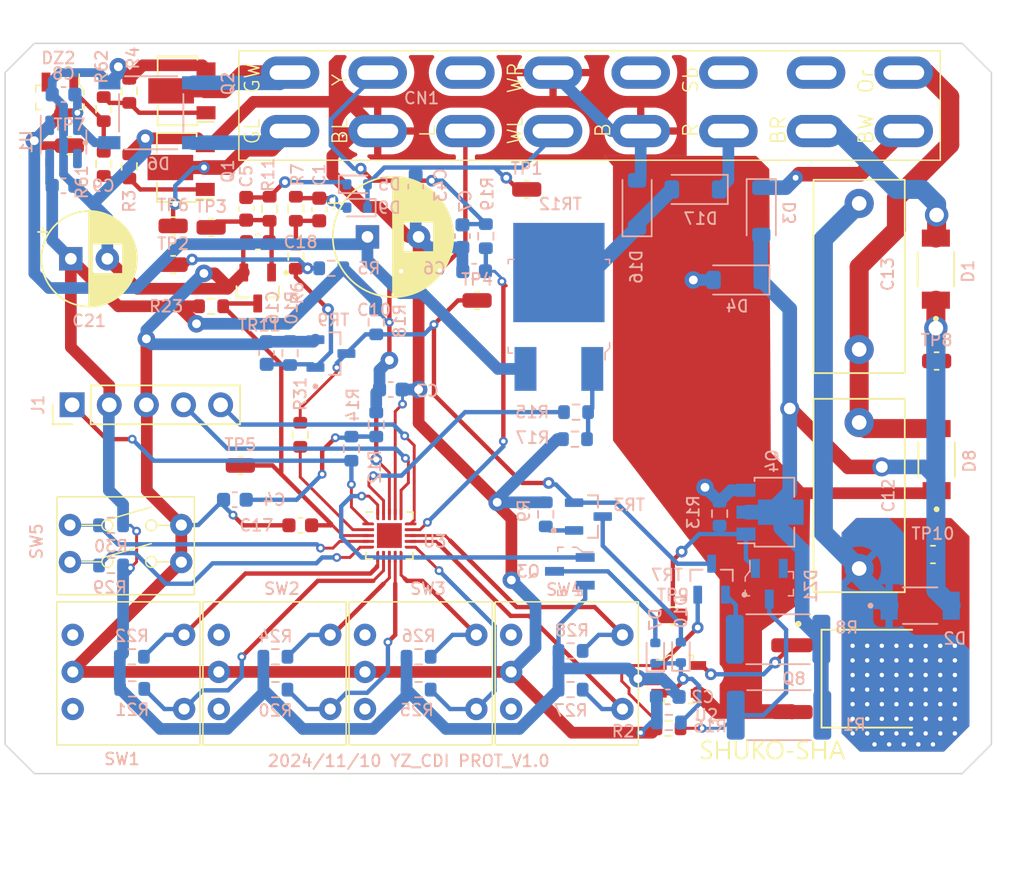
<source format=kicad_pcb>
(kicad_pcb (version 20221018) (generator pcbnew)
  (layers (0 "F.Cu" signal) (31 "B.Cu" signal) (34 "B.Paste" user) (35 "F.Paste" user) (36 "B.SilkS" user "B.Silkscreen") (37 "F.SilkS" user "F.Silkscreen") (38 "B.Mask" user) (39 "F.Mask" user) (44 "Edge.Cuts" user))
  (net 0 "")
  (net 1 "/WL")
  (net 2 "+12V")
  (net 3 "+5V")
  (net 4 "/OR")
  (net 5 "/CAP+")
  (net 6 "/BW")
  (net 7 "/BR")
  (net 8 "/GL")
  (net 9 "/GW")
  (net 10 "/CHG")
  (net 11 "Net-(DZ1-A)")
  (net 16 "Net-(Q8-G)")
  (net 18 "GND")
  (net 19 "/R")
  (net 21 "Net-(DZ1-K)")
  (net 23 "Net-(DZ2-A)")
  (net 24 "Net-(D9-A)")
  (net 25 "Net-(C1-Pad2)")
  (net 26 "Net-(D5-K)")
  (net 27 "Net-(TR11-B)")
  (net 28 "Net-(TR9-B)")
  (net 29 "Net-(D16-K)")
  (net 30 "Net-(Q1-G)")
  (net 31 "Net-(Q2-G)")
  (net 32 "Net-(TR7-B)")
  (net 33 "Net-(TR3-B)")
  (net 34 "Net-(TR3-E)")
  (net 35 "Net-(D10-K)")
  (net 36 "Net-(D7-A)")
  (net 37 "Net-(D10-A)")
  (net 38 "/MCU_IGOUT")
  (net 39 "Net-(C4-Pad1)")
  (net 40 "/VPP")
  (net 41 "/PGC")
  (net 42 "/PGD")
  (net 51 "/MCU_TPSIN")
  (net 52 "/Y")
  (net 53 "Net-(TR12-G)")
  (net 54 "/MCU_SOLOUT")
  (net 55 "Net-(U3-RB7)")
  (net 56 "Net-(U3-RC7)")
  (net 57 "Net-(U3-RB5)")
  (net 58 "Net-(U3-RB6)")
  (net 59 "Net-(U3-RC2)")
  (net 60 "Net-(U3-RB4)")
  (net 61 "Net-(U3-RC0)")
  (net 62 "Net-(U3-RC1)")
  (net 63 "/PWJ_SEL")
  (net 64 "/REV_LIMIT_SEL")
  (net 65 "/MCU_PU1IN")
  (net 66 "/MCU_PU2IN")
  (footprint "mylib_download:DPAK228P990X239-4N" (layer "F.Cu") (at 100.09 93.5 -90)
    (fp_text reference "Q8")
    (fp_text value "RGPR30BM40")
  )
  (footprint "mylib_download:CheckPoint_1608Metric" (layer "F.Cu") (at 87.8 89.2)
    (fp_text reference "TP9")
    (fp_text value "CHG1 REG GATE")
  )
  (footprint "Package_TO_SOT_SMD:SOT-89-3" (layer "F.Cu") (at 53.85 58.5 180)
    (fp_text reference "Q1")
    (fp_text value "2SK4017")
  )
  (footprint "mylib_download:CheckPoint_1608Metric" (layer "F.Cu") (at 46.5 57)
    (fp_text reference "TP7")
    (fp_text value "+12V")
  )
  (footprint "Resistor_SMD:R_0603_1608Metric" (layer "F.Cu") (at 62 61.325 -90)
    (fp_text reference "R7")
    (fp_text value "22k")
  )
  (footprint "mylib_download:CheckPoint_1608Metric" (layer "F.Cu") (at 53.6 62.5)
    (fp_text reference "TP6")
    (fp_text value "GL DC")
  )
  (footprint "Capacitor_SMD:C_0603_1608Metric" (layer "F.Cu") (at 59.4 63.6 180)
    (fp_text reference "C18")
    (fp_text value "10nF")
  )
  (footprint "mylib_download:CheckPoint_1608Metric" (layer "F.Cu") (at 53.6 65.15)
    (fp_text reference "TP2")
    (fp_text value "PU2 BASE")
  )
  (footprint "Resistor_SMD:R_0603_1608Metric" (layer "F.Cu") (at 48.85 58.25 -90)
    (fp_text reference "R61")
    (fp_text value "TBD")
  )
  (footprint "Capacitor_SMD:C_0603_1608Metric" (layer "F.Cu") (at 58.6 61.325 -90)
    (fp_text reference "C5")
    (fp_text value "0.47u")
  )
  (footprint "Resistor_SMD:R_0603_1608Metric" (layer "F.Cu") (at 62.3 76.8 90)
    (fp_text reference "R31")
    (fp_text value "1k")
  )
  (footprint "digikey-footprints:SOT-753" (layer "F.Cu") (at 88.2 93.55 -90)
    (fp_text reference "U2")
    (fp_text value "MCP1402T-E_OT")
  )
  (footprint "Resistor_SMD:R_0603_1608Metric" (layer "F.Cu") (at 48.85 54.5 90)
    (fp_text reference "R62")
    (fp_text value "TBD")
  )
  (footprint "Resistor_SMD:R_0603_1608Metric" (layer "F.Cu") (at 56.2 68)
    (fp_text reference "R23")
    (fp_text value "2.2k")
  )
  (footprint "Package_DFN_QFN:VQFN-20-1EP_3x3mm_P0.4mm_EP1.7x1.7mm" (layer "F.Cu") (at 68.4 83.7)
    (fp_text reference "U3")
    (fp_text value "PIC16F15245")
  )
  (footprint "mylib_download:SODFL4725X110N" (layer "F.Cu") (at 105.8 65.4575 90)
    (fp_text reference "D1")
    (fp_text value "TSD3JFSH")
  )
  (footprint "Resistor_SMD:R_0603_1608Metric" (layer "F.Cu") (at 62 64.6 -90)
    (fp_text reference "R6")
    (fp_text value "1k")
  )
  (footprint "mylib_download:CheckPoint_1608Metric" (layer "F.Cu") (at 105.6 85)
    (fp_text reference "TP10")
    (fp_text value "CAP CHG")
  )
  (footprint "Resistor_SMD:R_0603_1608Metric" (layer "F.Cu") (at 50.6 58.425 90)
    (fp_text reference "R3")
    (fp_text value "TBD")
  )
  (footprint "mylib_download:42J04" (layer "F.Cu") (at 60.54 93.04)
    (fp_text reference "SW2")
    (fp_text value "42J04")
  )
  (footprint "Capacitor_THT:C_Rect_L13.0mm_W6.0mm_P10.00mm_FKS3_FKP3_MKS4" (layer "F.Cu") (at 100.55 70.9575 90)
    (fp_text reference "C13")
    (fp_text value "250V 1uF")
  )
  (footprint "mylib_download:CheckPoint_1608Metric" (layer "F.Cu") (at 74.4 67.6)
    (fp_text reference "TP4")
    (fp_text value "PU2 INPUT")
  )
  (footprint "LOGO" (layer "F.Cu") (at 94.6 98.4)
    (fp_text reference "G***" hide)
    (fp_text value "LOGO" hide)
  )
  (footprint "Connector_PinHeader_2.54mm:PinHeader_1x05_P2.54mm_Vertical" (layer "F.Cu") (at 46.69 74.75 90)
    (fp_text reference "J1")
    (fp_text value "PICKIT")
  )
  (footprint "mylib_download:FP-C-R16M" (layer "F.Cu") (at 82.6 54 180)
    (fp_text reference "CN1")
    (fp_text value "FP-C-R16M")
  )
  (footprint "mylib_download:42J04" (layer "F.Cu") (at 50.54 93.04)
    (fp_text reference "SW1")
    (fp_text value "42J04")
  )
  (footprint "mylib_download:EDS102SZ" (layer "F.Cu") (at 50.35 84.25)
    (fp_text reference "SW5")
    (fp_text value "EDS102SZ")
  )
  (footprint "mylib_download:42J04" (layer "F.Cu") (at 70.54 93.04)
    (fp_text reference "SW3")
    (fp_text value "42J04")
  )
  (footprint "Capacitor_THT:CP_Radial_D8.0mm_P3.50mm" (layer "F.Cu") (at 66.9 63.25)
    (fp_text reference "C10")
    (fp_text value "35V 100uF")
  )
  (footprint "mylib_download:CheckPoint_1608Metric" (layer "F.Cu") (at 56.2 62.6)
    (fp_text reference "TP3")
    (fp_text value "PU1 BASE")
  )
  (footprint "Capacitor_THT:C_Rect_L13.0mm_W6.0mm_P10.00mm_FKS3_FKP3_MKS4" (layer "F.Cu") (at 100.55 75.9575 -90)
    (fp_text reference "C12")
    (fp_text value "250V 1uF")
  )
  (footprint "Capacitor_THT:CP_Radial_D6.3mm_P2.50mm" (layer "F.Cu") (at 46.6 64.75)
    (fp_text reference "C21")
    (fp_text value "16V 100uF")
  )
  (footprint "mylib_download:CheckPoint_1608Metric" (layer "F.Cu") (at 58.2 78.9)
    (fp_text reference "TP5")
    (fp_text value "PU1 INPUT")
  )
  (footprint "mylib_download:SODFL4725X110N" (layer "F.Cu") (at 105.85 78.5 90)
    (fp_text reference "D8")
    (fp_text value "TSD3JFSH")
  )
  (footprint "Resistor_SMD:R_0603_1608Metric" (layer "F.Cu") (at 87.5 96.9 180)
    (fp_text reference "R2")
    (fp_text value "180K")
  )
  (footprint "Resistor_SMD:R_0603_1608Metric" (layer "F.Cu") (at 50.6 53.25 90)
    (fp_text reference "R4")
    (fp_text value "TBD")
  )
  (footprint "Package_TO_SOT_SMD:SOT-89-3" (layer "F.Cu") (at 53.9 53.25 180)
    (fp_text reference "Q2")
    (fp_text value "TBD")
  )
  (footprint "mylib_download:42J04" (layer "F.Cu") (at 80.54 93.04)
    (fp_text reference "SW4")
    (fp_text value "42J04")
  )
  (footprint "digikey-footprints:SOT-23-3" (layer "F.Cu") (at 45.85 53.7 -90)
    (fp_text reference "DZ2")
    (fp_text value "BZX84-C9V1,215")
  )
  (footprint "Capacitor_SMD:C_0603_1608Metric" (layer "F.Cu") (at 62.3 83 180)
    (fp_text reference "C17")
    (fp_text value "0.1u")
  )
  (footprint "mylib_download:SOT95P237X111-3N" (layer "F.Cu") (at 59.3875 66.75 -90)
    (fp_text reference "TR11")
    (fp_text value "MMUN2232LT1G")
  )
  (footprint "Capacitor_SMD:C_0603_1608Metric" (layer "F.Cu") (at 63.6 61.375 -90)
    (fp_text reference "C1")
    (fp_text value "1u")
  )
  (footprint "Resistor_SMD:R_0603_1608Metric" (layer "F.Cu") (at 60.2 61.325 -90)
    (fp_text reference "R11")
    (fp_text value "180k")
  )
  (footprint "mylib_download:CheckPoint_1608Metric" (layer "F.Cu") (at 77.8 60)
    (fp_text reference "TP1")
    (fp_text value "WL PU")
  )
  (footprint "mylib_download:CheckPoint_1608Metric" (layer "F.Cu") (at 105.85 71.75)
    (fp_text reference "TP8")
    (fp_text value "CHG1 OUT")
  )
  (footprint "digikey-footprints:TO-252-3" (layer "B.Cu") (at 80.03 72.29 90)
    (fp_text reference "TR12")
    (fp_text value "Q_PMOS_GDS")
  )
  (footprint "Resistor_SMD:R_0603_1608Metric" (layer "B.Cu") (at 87.525 96.5 180)
    (fp_text reference "R16")
    (fp_text value "10k")
  )
  (footprint "Capacitor_SMD:C_0603_1608Metric" (layer "B.Cu") (at 46.1 53.5 180)
    (fp_text reference "C8")
    (fp_text value "0.1u")
  )
  (footprint "Resistor_SMD:R_0603_1608Metric" (layer "B.Cu") (at 80.8 91.6 180)
    (fp_text reference "R28")
    (fp_text value "10k")
  )
  (footprint "Capacitor_SMD:C_0603_1608Metric" (layer "B.Cu") (at 74.2 65.6 180)
    (fp_text reference "C6")
    (fp_text value "0.1uF")
  )
  (footprint "Capacitor_SMD:C_0603_1608Metric" (layer "B.Cu") (at 70.2 59.8 -90)
    (fp_text reference "C43")
    (fp_text value "10nF")
  )
  (footprint "Resistor_SMD:R_0603_1608Metric" (layer "B.Cu") (at 70.4 92 180)
    (fp_text reference "R26")
    (fp_text value "10k")
  )
  (footprint "Resistor_SMD:R_0603_1608Metric" (layer "B.Cu") (at 79.1 82.25 90)
    (fp_text reference "R9")
    (fp_text value "100K")
  )
  (footprint "Resistor_SMD:R_0603_1608Metric" (layer "B.Cu") (at 80.8 94.25)
    (fp_text reference "R27")
    (fp_text value "10k")
  )
  (footprint "Resistor_SMD:R_0603_1608Metric" (layer "B.Cu") (at 49.35 85.75 180)
    (fp_text reference "R29")
    (fp_text value "10k")
  )
  (footprint "Resistor_SMD:R_2512_6332Metric" (layer "B.Cu") (at 95.0625 96 180)
    (fp_text reference "R1")
    (fp_text value "180k 1/2W")
  )
  (footprint "Resistor_SMD:R_2512_6332Metric" (layer "B.Cu") (at 95 90.8 180)
    (fp_text reference "R8")
    (fp_text value "150k 1W")
  )
  (footprint "Resistor_SMD:R_0603_1608Metric" (layer "B.Cu") (at 67.5 69.1 -90)
    (fp_text reference "R18")
    (fp_text value "2.2k")
  )
  (footprint "Resistor_SMD:R_0603_1608Metric" (layer "B.Cu") (at 67.5 76.1 -90)
    (fp_text reference "R12")
    (fp_text value "10k")
  )
  (footprint "Capacitor_SMD:C_0603_1608Metric" (layer "B.Cu") (at 68.5 73.7)
    (fp_text reference "C3")
    (fp_text value "0.1uF")
  )
  (footprint "Resistor_SMD:R_0603_1608Metric" (layer "B.Cu") (at 64.425 65.4 180)
    (fp_text reference "R5")
    (fp_text value "15k")
  )
  (footprint "mylib_download:D_SOD-123FL" (layer "B.Cu") (at 89.35 60 180)
    (fp_text reference "D17")
    (fp_text value "F7A")
  )
  (footprint "Resistor_SMD:R_0603_1608Metric" (layer "B.Cu") (at 91 82.2 90)
    (fp_text reference "R13")
    (fp_text value "TBD")
  )
  (footprint "mylib_download:SOT95P237X111-3N" (layer "B.Cu") (at 90.45 86.69 90)
    (fp_text reference "TR7")
    (fp_text value "MMUN2232LT1G")
  )
  (footprint "digikey-footprints:SOT-23-3" (layer "B.Cu") (at 80.75 86.15 180)
    (fp_text reference "Q3")
    (fp_text value "MMUN2132LT1G")
  )
  (footprint "Resistor_SMD:R_0603_1608Metric" (layer "B.Cu") (at 81.175 75.25 180)
    (fp_text reference "R15")
    (fp_text value "120")
  )
  (footprint "mylib_download:SOT95P230X110-3N" (layer "B.Cu") (at 82.02 82.4)
    (fp_text reference "TR3")
    (fp_text value "PMBS3906,215")
  )
  (footprint "Diode_SMD:D_SOD-523" (layer "B.Cu") (at 66.2 59.65)
    (fp_text reference "D5")
    (fp_text value "RB501SM-30FH")
  )
  (footprint "mylib_download:SOT95P237X111-3N" (layer "B.Cu") (at 64.4 71.2375)
    (fp_text reference "TR9")
    (fp_text value "PMBS3904,215")
  )
  (footprint "Resistor_SMD:R_0603_1608Metric" (layer "B.Cu") (at 49.35 83)
    (fp_text reference "R30")
    (fp_text value "10k")
  )
  (footprint "mylib_download:DIOB_SBS25" (layer "B.Cu") (at 52.1 54.75)
    (fp_text reference "D6")
    (fp_text value "SBS25")
  )
  (footprint "Resistor_SMD:R_0603_1608Metric" (layer "B.Cu") (at 61.6 71.2 90)
    (fp_text reference "R10")
    (fp_text value "22k")
  )
  (footprint "Resistor_SMD:R_0603_1608Metric" (layer "B.Cu") (at 70.4 94.25)
    (fp_text reference "R25")
    (fp_text value "10k")
  )
  (footprint "Resistor_SMD:R_0603_1608Metric" (layer "B.Cu") (at 50.8 94.2)
    (fp_text reference "R21")
    (fp_text value "10k")
  )
  (footprint "Capacitor_SMD:C_0603_1608Metric" (layer "B.Cu") (at 46.1 59.75)
    (fp_text reference "C9")
    (fp_text value "0.1u")
  )
  (footprint "digikey-footprints:SOT-23-3" (layer "B.Cu") (at 94.4 87 -90)
    (fp_text reference "DZ1")
    (fp_text value "SZMMBZ5270BLT1G")
  )
  (footprint "Diode_SMD:D_SOD-523" (layer "B.Cu") (at 88.35 91.7 90)
    (fp_text reference "D10")
    (fp_text value "RB501SM-30FH")
  )
  (footprint "Capacitor_SMD:C_0603_1608Metric" (layer "B.Cu") (at 57.825 81.25 180)
    (fp_text reference "C4")
    (fp_text value "10nF")
  )
  (footprint "mylib_download:SODFL4725X110N" (layer "B.Cu") (at 104.725 88.5)
    (fp_text reference "D2")
    (fp_text value "TSD3JFSH")
  )
  (footprint "Resistor_SMD:R_0603_1608Metric" (layer "B.Cu") (at 65.8 77.75 -90)
    (fp_text reference "R14")
    (fp_text value "120")
  )
  (footprint "Capacitor_SMD:C_0603_1608Metric" (layer "B.Cu") (at 87.45 94.75 180)
    (fp_text reference "C2")
    (fp_text value "0.1u")
  )
  (footprint "mylib_download:D_SOD-123FL" (layer "B.Cu") (at 85.35 61 90)
    (fp_text reference "D16")
    (fp_text value "F7A")
  )
  (footprint "Diode_SMD:D_SOD-523" (layer "B.Cu") (at 66.2 61.25 180)
    (fp_text reference "D9")
    (fp_text value "RB501SM-30FH")
  )
  (footprint "Resistor_SMD:R_0603_1608Metric" (layer "B.Cu") (at 75 63.2 90)
    (fp_text reference "R19")
    (fp_text value "1k")
  )
  (footprint "Diode_SMD:D_SOD-523" (layer "B.Cu") (at 86.6 91.75 90)
    (fp_text reference "D7")
    (fp_text value "RB501SM-30FH")
  )
  (footprint "Package_TO_SOT_SMD:SOT-23-5" (layer "B.Cu") (at 46.1 56.75 -90)
    (fp_text reference "U1")
    (fp_text value "TPS78450QDBVRQ1")
  )
  (footprint "Capacitor_SMD:C_0603_1608Metric" (layer "B.Cu") (at 60 71.2 90)
    (fp_text reference "C16")
    (fp_text value "10nF")
  )
  (footprint "mylib_download:D_SOD-123FL" (layer "B.Cu") (at 93.85 61.5 -90)
    (fp_text reference "D3")
    (fp_text value "F7A")
  )
  (footprint "Resistor_SMD:R_0603_1608Metric" (layer "B.Cu") (at 50.775 92 180)
    (fp_text reference "R22")
    (fp_text value "10k")
  )
  (footprint "Package_TO_SOT_SMD:SOT-89-3" (layer "B.Cu") (at 94.75 82.1)
    (fp_text reference "Q4")
    (fp_text value "TBD")
  )
  (footprint "Resistor_SMD:R_0603_1608Metric" (layer "B.Cu") (at 60.6 92 180)
    (fp_text reference "R24")
    (fp_text value "10k")
  )
  (footprint "Resistor_SMD:R_0603_1608Metric" (layer "B.Cu") (at 81.1 77.1 180)
    (fp_text reference "R17")
    (fp_text value "10k")
  )
  (footprint "Resistor_SMD:R_0603_1608Metric" (layer "B.Cu") (at 60.6 94.25)
    (fp_text reference "R20")
    (fp_text value "10k")
  )
  (footprint "mylib_download:D_SOD-123FL" (layer "B.Cu") (at 92.2 66.2 180)
    (fp_text reference "D4")
    (fp_text value "F7A")
  )
  (footprint "Capacitor_SMD:C_0603_1608Metric" (layer "B.Cu") (at 73.4 63.2 -90)
    (fp_text reference "C7")
    (fp_text value "0.1uF")
  )
  (gr_line (start 107.6 50) (end 44.1 50) (stroke (width 0.1)) (layer "Edge.Cuts"))
  (gr_line (start 44.1 100) (end 42.1 98) (stroke (width 0.1)) (layer "Edge.Cuts"))
  (gr_line (start 42.1 52) (end 42.1 98) (stroke (width 0.1)) (layer "Edge.Cuts"))
  (gr_line (start 44.1 50) (end 42.1 52) (stroke (width 0.1)) (layer "Edge.Cuts"))
  (gr_line (start 109.6 98) (end 109.6 52) (stroke (width 0.1)) (layer "Edge.Cuts"))
  (gr_line (start 107.6 100) (end 109.6 98) (stroke (width 0.1)) (layer "Edge.Cuts"))
  (gr_line (start 109.6 52) (end 107.6 50) (stroke (width 0.1)) (layer "Edge.Cuts"))
  (gr_line (start 44.1 100) (end 107.6 100) (stroke (width 0.1)) (layer "Edge.Cuts"))
  (gr_text "2024/11/10 YZ_CDI PROT_V1.0" (at 60 99.6) (layer "B.SilkS") (effects (font (size 0.8 0.8) (thickness 0.13)) (justify left bottom)))
  (segment (start 77.8 60) (end 77.2 60) (width 0.3) (layer "F.Cu") (net 1))
  (segment (start 77.2 60) (end 76.4 59.2) (width 0.3) (layer "F.Cu") (net 1))
  (via (at 76.4 59.2) (size 0.8) (drill 0.4) (layers "F.Cu" "B.Cu") (net 1))
  (segment (start 66.9 59.65) (end 68.05 58.5) (width 0.3) (layer "B.Cu") (net 1))
  (segment (start 75.6 58.5) (end 77.5 58.5) (width 0.3) (layer "B.Cu") (net 1))
  (segment (start 66.9 59.65) (end 66.9 61.25) (width 0.3) (layer "B.Cu") (net 1))
  (segment (start 76.3 59.2) (end 75.6 58.5) (width 0.3) (layer "B.Cu") (net 1))
  (segment (start 76.4 59.2) (end 76.3 59.2) (width 0.3) (layer "B.Cu") (net 1))
  (segment (start 70.2 59.025) (end 70.2 58.5) (width 0.3) (layer "B.Cu") (net 1))
  (segment (start 68.05 58.5) (end 70.2 58.5) (width 0.3) (layer "B.Cu") (net 1))
  (segment (start 70.2 58.5) (end 75.6 58.5) (width 0.3) (layer "B.Cu") (net 1))
  (segment (start 79.6 56.4) (end 79.6 56) (width 0.3) (layer "B.Cu") (net 1))
  (segment (start 77.5 58.5) (end 79.6 56.4) (width 0.3) (layer "B.Cu") (net 1))
  (segment (start 46.5 57) (end 44.4375 57) (width 0.6) (layer "F.Cu") (net 2))
  (segment (start 45.85 54.75) (end 45.85 54.9125) (width 0.8) (layer "F.Cu") (net 2))
  (segment (start 47.05 54.75) (end 45.85 54.75) (width 0.6) (layer "F.Cu") (net 2))
  (segment (start 45.85 54.9125) (end 44.1 56.6625) (width 0.8) (layer "F.Cu") (net 2))
  (segment (start 44.4375 57) (end 44.1 56.6625) (width 0.6) (layer "F.Cu") (net 2))
  (via (at 44.1 56.6625) (size 1.2) (drill 0.6) (layers "F.Cu" "B.Cu") (net 2))
  (via (at 47.05 54.75) (size 0.8) (drill 0.4) (layers "F.Cu" "B.Cu") (net 2))
  (segment (start 48.2375 56.8) (end 47.05 55.6125) (width 0.6) (layer "B.Cu") (net 2))
  (segment (start 45.1 66.75) (end 51.1 66.75) (width 0.8) (layer "B.Cu") (net 2))
  (segment (start 45.15 55.6125) (end 44.1 56.6625) (width 0.8) (layer "B.Cu") (net 2))
  (segment (start 47.05 53.675) (end 46.875 53.5) (width 0.6) (layer "B.Cu") (net 2))
  (segment (start 44.1 56.6625) (end 44.1 65.75) (width 0.8) (layer "B.Cu") (net 2))
  (segment (start 47.05 55.6125) (end 47.05 53.675) (width 0.6) (layer "B.Cu") (net 2))
  (segment (start 77.715 72.29) (end 75.830046 72.29) (width 0.8) (layer "B.Cu") (net 2))
  (segment (start 66.4 63.75) (end 66.9 63.25) (width 0.8) (layer "B.Cu") (net 2))
  (segment (start 49.24 56.8) (end 48.2375 56.8) (width 0.6) (layer "B.Cu") (net 2))
  (segment (start 44.1 65.75) (end 45.1 66.75) (width 0.8) (layer "B.Cu") (net 2))
  (segment (start 54.1 63.75) (end 66.4 63.75) (width 0.8) (layer "B.Cu") (net 2))
  (segment (start 66.9 64.85) (end 66.9 63.25) (width 0.8) (layer "B.Cu") (net 2))
  (segment (start 51.1 66.75) (end 54.1 63.75) (width 0.8) (layer "B.Cu") (net 2))
  (segment (start 69.15 67.1) (end 66.9 64.85) (width 0.8) (layer "B.Cu") (net 2))
  (segment (start 70.640046 67.1) (end 69.15 67.1) (width 0.8) (layer "B.Cu") (net 2))
  (segment (start 75.830046 72.29) (end 70.640046 67.1) (width 0.8) (layer "B.Cu") (net 2))
  (segment (start 49.23 73.43) (end 46.6 70.8) (width 0.8) (layer "F.Cu") (net 3))
  (segment (start 49.85 68) (end 54 68) (width 0.8) (layer "F.Cu") (net 3))
  (segment (start 46.6 64.75) (end 49.85 68) (width 0.8) (layer "F.Cu") (net 3))
  (segment (start 68.4 79.4) (end 67.5 78.5) (width 0.2) (layer "F.Cu") (net 3))
  (segment (start 54 68) (end 55.375 68) (width 0.8) (layer "F.Cu") (net 3))
  (segment (start 69.2 65.6) (end 68.4 66.4) (width 0.3) (layer "F.Cu") (net 3))
  (segment (start 49.23 74.75) (end 49.23 73.43) (width 0.8) (layer "F.Cu") (net 3))
  (segment (start 73.6 63.8) (end 71.85 65.55) (width 0.3) (layer "F.Cu") (net 3))
  (segment (start 67.5 72.6) (end 67.5 78.5) (width 0.3) (layer "F.Cu") (net 3))
  (segment (start 55.2 69.2) (end 54 68) (width 0.8) (layer "F.Cu") (net 3))
  (segment (start 68.4 71.7) (end 67.5 72.6) (width 0.3) (layer "F.Cu") (net 3))
  (segment (start 85.457776 93.55) (end 85.407276 93.4995) (width 0.8) (layer "F.Cu") (net 3))
  (segment (start 51.1 85.4995) (end 50.679392 85.920108) (width 0.2) (layer "F.Cu") (net 3))
  (segment (start 86.85 93.55) (end 85.457776 93.55) (width 0.8) (layer "F.Cu") (net 3))
  (segment (start 51.1 83.4) (end 51.1 85.4995) (width 0.2) (layer "F.Cu") (net 3))
  (segment (start 73.6 56) (end 73.6 63.8) (width 0.3) (layer "F.Cu") (net 3))
  (segment (start 46.6 70.8) (end 46.6 64.75) (width 0.8) (layer "F.Cu") (net 3))
  (segment (start 68.4 66.4) (end 68.4 69.1) (width 0.3) (layer "F.Cu") (net 3))
  (segment (start 68.4 82.25) (end 68.4 79.4) (width 0.2) (layer "F.Cu") (net 3))
  (segment (start 68.4 69.1) (end 68.4 71.7) (width 0.3) (layer "F.Cu") (net 3))
  (via (at 55.2 69.2) (size 1.2) (drill 0.6) (layers "F.Cu" "B.Cu") (net 3))
  (via (at 68.4 69.1) (size 0.6) (drill 0.3) (layers "F.Cu" "B.Cu") (net 3))
  (via (at 50.679392 85.920108) (size 0.6) (drill 0.3) (layers "F.Cu" "B.Cu") (net 3))
  (via (at 71.85 65.55) (size 0.6) (drill 0.3) (layers "F.Cu" "B.Cu") (net 3))
  (via (at 85.407276 93.4995) (size 1.2) (drill 0.6) (layers "F.Cu" "B.Cu") (net 3))
  (via (at 68.4 71.7) (size 1.2) (drill 0.6) (layers "F.Cu" "B.Cu") (net 3))
  (via (at 69.2 65.6) (size 0.6) (drill 0.3) (layers "F.Cu" "B.Cu") (net 3))
  (via (at 67.5 78.5) (size 0.8) (drill 0.4) (layers "F.Cu" "B.Cu") (net 3))
  (via (at 51.1 83.4) (size 0.6) (drill 0.3) (layers "F.Cu" "B.Cu") (net 3))
  (segment (start 87.066226 93.4995) (end 85.407276 93.4995) (width 0.8) (layer "B.Cu") (net 3))
  (segment (start 62.467 96.942) (end 59.775 94.25) (width 0.8) (layer "B.Cu") (net 3))
  (segment (start 50.175 83) (end 50.175 81.575) (width 0.8) (layer "B.Cu") (net 3))
  (segment (start 67.294159 96.942) (end 62.467 96.942) (width 0.8) (layer "B.Cu") (net 3))
  (segment (start 67.5 67.65) (end 65.25 65.4) (width 0.8) (layer "B.Cu") (net 3))
  (segment (start 67.5 75.275) (end 67.5 74.8) (width 0.2) (layer "B.Cu") (net 3))
  (segment (start 79.975 92.8) (end 84.707776 92.8) (width 0.8) (layer "B.Cu") (net 3))
  (segment (start 59.775 92) (end 59.775 94.25) (width 0.8) (layer "B.Cu") (net 3))
  (segment (start 69.2 65.6) (end 71.8 65.6) (width 0.3) (layer "B.Cu") (net 3))
  (segment (start 71.8 65.6) (end 71.85 65.55) (width 0.3) (layer "B.Cu") (net 3))
  (segment (start 81.8 87.1) (end 81.8 88.05) (width 0.3) (layer "B.Cu") (net 3))
  (segment (start 87.725 94.25) (end 87.725 94.158274) (width 0.8) (layer "B.Cu") (net 3))
  (segment (start 67.5 73.925) (end 67.5 74.8) (width 0.8) (layer "B.Cu") (net 3))
  (segment (start 72.267 96.942) (end 69.575 94.25) (width 0.8) (layer "B.Cu") (net 3))
  (segment (start 84.707776 92.8) (end 85.407276 93.4995) (width 0.8) (layer "B.Cu") (net 3))
  (segment (start 49.2 80.6) (end 49.2 74.78) (width 0.8) (layer "B.Cu") (net 3))
  (segment (start 67.725 73.7) (end 67.725 72.375) (width 0.8) (layer "B.Cu") (net 3))
  (segment (start 67.725 73.7) (end 67.5 73.925) (width 0.8) (layer "B.Cu") (net 3))
  (segment (start 67.5 68.275) (end 67.5 67.65) (width 0.8) (layer "B.Cu") (net 3))
  (segment (start 59.775 94.461159) (end 57.294159 96.942) (width 0.8) (layer "B.Cu") (net 3))
  (segment (start 46.6 64.75) (end 45.325 63.475) (width 0.8) (layer "B.Cu") (net 3))
  (segment (start 50.679392 86.220608) (end 50.679392 85.920108) (width 0.2) (layer "B.Cu") (net 3))
  (segment (start 50.175 85.75) (end 50.175 86.5) (width 0.8) (layer "B.Cu") (net 3))
  (segment (start 50.175 86.5) (end 50.175 91.775) (width 0.8) (layer "B.Cu") (net 3))
  (segment (start 87.725 94.158274) (end 87.066226 93.4995) (width 0.8) (layer "B.Cu") (net 3))
  (segment (start 69.575 92) (end 69.575 94.25) (width 0.8) (layer "B.Cu") (net 3))
  (segment (start 77.294159 96.942) (end 72.267 96.942) (width 0.8) (layer "B.Cu") (net 3))
  (segment (start 69.575 94.661159) (end 67.294159 96.942) (width 0.8) (layer "B.Cu") (net 3))
  (segment (start 67.5 68.275) (end 68.325 69.1) (width 0.2) (layer "B.Cu") (net 3))
  (segment (start 79.975 94.261159) (end 77.294159 96.942) (width 0.8) (layer "B.Cu") (net 3))
  (segment (start 49.95 92) (end 49.95 94.175) (width 0.8) (layer "B.Cu") (net 3))
  (segment (start 79.975 89.875) (end 79.975 92.8) (width 0.3) (layer "B.Cu") (net 3))
  (segment (start 50.4 86.5) (end 50.679392 86.220608) (width 0.2) (layer "B.Cu") (net 3))
  (segment (start 50.175 86.5) (end 50.4 86.5) (width 0.2) (layer "B.Cu") (net 3))
  (segment (start 69.575 94.25) (end 69.575 94.661159) (width 0.8) (layer "B.Cu") (net 3))
  (segment (start 49.95 94.175) (end 49.975 94.2) (width 0.8) (layer "B.Cu") (net 3))
  (segment (start 88.225 94.75) (end 87.725 94.25) (width 0.8) (layer "B.Cu") (net 3))
  (segment (start 49.2 74.78) (end 49.23 74.75) (width 0.8) (layer "B.Cu") (net 3))
  (segment (start 52.717 96.942) (end 49.975 94.2) (width 0.8) (layer "B.Cu") (net 3))
  (segment (start 79.975 92.8) (end 79.975 94.25) (width 0.8) (layer "B.Cu") (net 3))
  (segment (start 79.975 94.25) (end 79.975 94.261159) (width 0.8) (layer "B.Cu") (net 3))
  (segment (start 57.294159 96.942) (end 52.717 96.942) (width 0.8) (layer "B.Cu") (net 3))
  (segment (start 45.15 57.8875) (end 45.15 59.575) (width 0.6) (layer "B.Cu") (net 3))
  (segment (start 61.45 69.2) (end 55.2 69.2) (width 0.8) (layer "B.Cu") (net 3))
  (segment (start 68.325 69.1) (end 68.4 69.1) (width 0.2) (layer "B.Cu") (net 3))
  (segment (start 65.25 65.4) (end 61.45 69.2) (width 0.8) (layer "B.Cu") (net 3))
  (segment (start 50.7 83) (end 51.1 83.4) (width 0.2) (layer "B.Cu") (net 3))
  (segment (start 50.175 81.575) (end 49.2 80.6) (width 0.8) (layer "B.Cu") (net 3))
  (segment (start 81.8 88.05) (end 79.975 89.875) (width 0.3) (layer "B.Cu") (net 3))
  (segment (start 50.175 83) (end 50.7 83) (width 0.2) (layer "B.Cu") (net 3))
  (segment (start 59.775 94.25) (end 59.775 94.461159) (width 0.8) (layer "B.Cu") (net 3))
  (segment (start 45.15 59.575) (end 45.325 59.75) (width 0.6) (layer "B.Cu") (net 3))
  (segment (start 50.175 91.775) (end 49.95 92) (width 0.8) (layer "B.Cu") (net 3))
  (segment (start 45.325 63.475) (end 45.325 59.75) (width 0.8) (layer "B.Cu") (net 3))
  (segment (start 67.725 72.375) (end 68.4 71.7) (width 0.8) (layer "B.Cu") (net 3))
  (segment (start 79.975 91.6) (end 79.975 92.8) (width 0.8) (layer "B.Cu") (net 3))
  (segment (start 106.75 53.65) (end 105.1 52) (width 1.3) (layer "F.Cu") (net 4))
  (segment (start 105.85 76.375) (end 100.9675 76.375) (width 1.3) (layer "F.Cu") (net 4))
  (segment (start 100.9675 76.375) (end 100.55 75.9575) (width 1.3) (layer "F.Cu") (net 4))
  (segment (start 100.55 70.9575) (end 100.55 75.9575) (width 1.3) (layer "F.Cu") (net 4))
  (segment (start 100.55 70.9575) (end 100.55 65.3) (width 1.3) (layer "F.Cu") (net 4))
  (segment (start 103.1 60.581982) (end 106.75 56.931982) (width 1.3) (layer "F.Cu") (net 4))
  (segment (start 105.1 52) (end 103.6 52) (width 1.3) (layer "F.Cu") (net 4))
  (segment (start 100.55 65.3) (end 103.1 62.75) (width 1.3) (layer "F.Cu") (net 4))
  (segment (start 106.75 56.931982) (end 106.75 53.65) (width 1.3) (layer "F.Cu") (net 4))
  (segment (start 103.1 62.75) (end 103.1 60.581982) (width 1.3) (layer "F.Cu") (net 4))
  (segment (start 101.5075 85) (end 100.55 85.9575) (width 1.3) (layer "F.Cu") (net 5))
  (segment (start 105.6 85) (end 101.5075 85) (width 1.3) (layer "F.Cu") (net 5))
  (via (at 102.1 91.25) (size 0.6) (drill 0.3) (layers "F.Cu" "B.Cu") (net 5))
  (via (at 101.1 93.25) (size 0.6) (drill 0.3) (layers "F.Cu" "B.Cu") (net 5))
  (via (at 107.1 91.25) (size 0.6) (drill 0.3) (layers "F.Cu" "B.Cu") (net 5))
  (via (at 105.1 93.25) (size 0.6) (drill 0.3) (layers "F.Cu" "B.Cu") (net 5))
  (via (at 106.1 95.25) (size 0.6) (drill 0.3) (layers "F.Cu" "B.Cu") (net 5))
  (via (at 106.1 92.25) (size 0.6) (drill 0.3) (layers "F.Cu" "B.Cu") (net 5))
  (via (at 103.1 92.25) (size 0.6) (drill 0.3) (layers "F.Cu" "B.Cu") (net 5))
  (via (at 104.1 91.25) (size 0.6) (drill 0.3) (layers "F.Cu" "B.Cu") (net 5))
  (via (at 101.1 92.25) (size 0.6) (drill 0.3) (layers "F.Cu" "B.Cu") (net 5))
  (via (at 107.1 97.25) (size 0.6) (drill 0.3) (layers "F.Cu" "B.Cu") (net 5))
  (via (at 102.1 95.25) (size 0.6) (drill 0.3) (layers "F.Cu" "B.Cu") (net 5))
  (via (at 106.1 94.25) (size 0.6) (drill 0.3) (layers "F.Cu" "B.Cu") (net 5))
  (via (at 104.1 96.25) (size 0.6) (drill 0.3) (layers "F.Cu" "B.Cu") (net 5))
  (via (at 104.1 93.25) (size 0.6) (drill 0.3) (layers "F.Cu" "B.Cu") (net 5))
  (via (at 106.1 97.25) (size 0.6) (drill 0.3) (layers "F.Cu" "B.Cu") (net 5))
  (via (at 107.1 92.25) (size 0.6) (drill 0.3) (layers "F.Cu" "B.Cu") (net 5))
  (via (at 105.1 95.25) (size 0.6) (drill 0.3) (layers "F.Cu" "B.Cu") (net 5))
  (via (at 105.1 94.25) (size 0.6) (drill 0.3) (layers "F.Cu" "B.Cu") (net 5))
  (via (at 103.1 95.25) (size 0.6) (drill 0.3) (layers "F.Cu" "B.Cu") (net 5))
  (via (at 105.1 91.25) (size 0.6) (drill 0.3) (layers "F.Cu" "B.Cu") (net 5))
  (via (at 100.1 93.25) (size 0.6) (drill 0.3) (layers "F.Cu" "B.Cu") (net 5))
  (via (at 104.1 94.25) (size 0.6) (drill 0.3) (layers "F.Cu" "B.Cu") (net 5))
  (via (at 101.1 94.25) (size 0.6) (drill 0.3) (layers "F.Cu" "B.Cu") (net 5))
  (via (at 101.6 98) (size 0.6) (drill 0.3) (layers "F.Cu" "B.Cu") (net 5))
  (via (at 105.1 96.25) (size 0.6) (drill 0.3) (layers "F.Cu" "B.Cu") (net 5))
  (via (at 103.6 98) (size 0.6) (drill 0.3) (layers "F.Cu" "B.Cu") (net 5))
  (via (at 100.1 94.25) (size 0.6) (drill 0.3) (layers "F.Cu" "B.Cu") (net 5))
  (via (at 106.1 93.25) (size 0.6) (drill 0.3) (layers "F.Cu" "B.Cu") (net 5))
  (via (at 104.1 95.25) (size 0.6) (drill 0.3) (layers "F.Cu" "B.Cu") (net 5))
  (via (at 103.1 97.25) (size 0.6) (drill 0.3) (layers "F.Cu" "B.Cu") (net 5))
  (via (at 103.1 91.25) (size 0.6) (drill 0.3) (layers "F.Cu" "B.Cu") (net 5))
  (via (at 107.1 94.25) (size 0.6) (drill 0.3) (layers "F.Cu" "B.Cu") (net 5))
  (via (at 100.1 97.25) (size 0.6) (drill 0.3) (layers "F.Cu" "B.Cu") (net 5))
  (via (at 105.1 92.25) (size 0.6) (drill 0.3) (layers "F.Cu" "B.Cu") (net 5))
  (via (at 107.1 95.25) (size 0.6) (drill 0.3) (layers "F.Cu" "B.Cu") (net 5))
  (via (at 104.1 97.25) (size 0.6) (drill 0.3) (layers "F.Cu" "B.Cu") (net 5))
  (via (at 101.1 91.25) (size 0.6) (drill 0.3) (layers "F.Cu" "B.Cu") (net 5))
  (via (at 106.1 91.25) (size 0.6) (drill 0.3) (layers "F.Cu" "B.Cu") (net 5))
  (via (at 102.6 98) (size 0.6) (drill 0.3) (layers "F.Cu" "B.Cu") (net 5))
  (via (at 103.1 94.25) (size 0.6) (drill 0.3) (layers "F.Cu" "B.Cu") (net 5))
  (via (at 102.1 97.25) (size 0.6) (drill 0.3) (layers "F.Cu" "B.Cu") (net 5))
  (via (at 107.1 96.25) (size 0.6) (drill 0.3) (layers "F.Cu" "B.Cu") (net 5))
  (via (at 101.1 96.25) (size 0.6) (drill 0.3) (layers "F.Cu" "B.Cu") (net 5))
  (via (at 102.1 92.25) (size 0.6) (drill 0.3) (layers "F.Cu" "B.Cu") (net 5))
  (via (at 106.1 96.25) (size 0.6) (drill 0.3) (layers "F.Cu" "B.Cu") (net 5))
  (via (at 101.1 97.25) (size 0.6) (drill 0.3) (layers "F.Cu" "B.Cu") (net 5))
  (via (at 100.1 92.25) (size 0.6) (drill 0.3) (layers "F.Cu" "B.Cu") (net 5))
  (via (at 101.1 95.25) (size 0.6) (drill 0.3) (layers "F.Cu" "B.Cu") (net 5))
  (via (at 103.1 96.25) (size 0.6) (drill 0.3) (layers "F.Cu" "B.Cu") (net 5))
  (via (at 100.1 91.25) (size 0.6) (drill 0.3) (layers "F.Cu" "B.Cu") (net 5))
  (via (at 102.1 94.25) (size 0.6) (drill 0.3) (layers "F.Cu" "B.Cu") (net 5))
  (via (at 104.6 98) (size 0.6) (drill 0.3) (layers "F.Cu" "B.Cu") (net 5))
  (via (at 102.1 96.25) (size 0.6) (drill 0.3) (layers "F.Cu" "B.Cu") (net 5))
  (via (at 104.1 92.25) (size 0.6) (drill 0.3) (layers "F.Cu" "B.Cu") (net 5))
  (via (at 103.1 93.25) (size 0.6) (drill 0.3) (layers "F.Cu" "B.Cu") (net 5))
  (via (at 100.1 95.25) (size 0.6) (drill 0.3) (layers "F.Cu" "B.Cu") (net 5))
  (via (at 107.1 93.25) (size 0.6) (drill 0.3) (layers "F.Cu" "B.Cu") (net 5))
  (via (at 105.1 97.25) (size 0.6) (drill 0.3) (layers "F.Cu" "B.Cu") (net 5))
  (via (at 100.1 96.25) (size 0.6) (drill 0.3) (layers "F.Cu" "B.Cu") (net 5))
  (via (at 102.1 93.25) (size 0.6) (drill 0.3) (layers "F.Cu" "B.Cu") (net 5))
  (via (at 105.6 98) (size 0.6) (drill 0.3) (layers "F.Cu" "B.Cu") (net 5))
  (segment (start 100.55 86.45) (end 102.6 88.5) (width 1.3) (layer "B.Cu") (net 5))
  (segment (start 100.55 85.9575) (end 100.55 86.45) (width 1.3) (layer "B.Cu") (net 5))
  (segment (start 100.55 60.9575) (end 98.1 63.4075) (width 1.3) (layer "B.Cu") (net 5))
  (segment (start 98.1 63.4075) (end 98.1 83.5075) (width 1.3) (layer "B.Cu") (net 5))
  (segment (start 98.1 83.5075) (end 100.55 85.9575) (width 1.3) (layer "B.Cu") (net 5))
  (segment (start 100.6425 58.9575) (end 103.6 56) (width 1) (layer "F.Cu") (net 6))
  (segment (start 96.2 59.2) (end 96.4425 58.9575) (width 1) (layer "F.Cu") (net 6))
  (segment (start 96.4425 58.9575) (end 100.6425 58.9575) (width 1) (layer "F.Cu") (net 6))
  (via (at 96.2 59.2) (size 0.8) (drill 0.4) (layers "F.Cu" "B.Cu") (net 6))
  (segment (start 95.52 59.88) (end 96.2 59.2) (width 1) (layer "B.Cu") (net 6))
  (segment (start 93.85 59.88) (end 95.52 59.88) (width 1) (layer "B.Cu") (net 6))
  (segment (start 105.85 63.2825) (end 105.85 61.75) (width 1.3) (layer "F.Cu") (net 7))
  (segment (start 105.8 63.3325) (end 105.85 63.2825) (width 1.3) (layer "F.Cu") (net 7))
  (via (at 105.85 61.75) (size 1.6) (drill 1) (layers "F.Cu" "B.Cu") (net 7))
  (segment (start 104.85 60) (end 105.85 61) (width 1.3) (layer "B.Cu") (net 7))
  (segment (start 103.1 60) (end 104.85 60) (width 1.3) (layer "B.Cu") (net 7))
  (segment (start 99.1 56) (end 103.1 60) (width 1.3) (layer "B.Cu") (net 7))
  (segment (start 97.6 56) (end 99.1 56) (width 1.3) (layer "B.Cu") (net 7))
  (segment (start 105.85 61) (end 105.85 61.75) (width 1.3) (layer "B.Cu") (net 7))
  (segment (start 58.6 57.25) (end 57.35 58.5) (width 1) (layer "F.Cu") (net 8))
  (segment (start 57.35 58.5) (end 55.7125 58.5) (width 1) (layer "F.Cu") (net 8))
  (segment (start 61.6 56) (end 60.35 57.25) (width 1) (layer "F.Cu") (net 8))
  (segment (start 53.6 61.15) (end 53.75 61) (width 0.3) (layer "F.Cu") (net 8))
  (segment (start 53.6 62.5) (end 53.6 61.15) (width 0.3) (layer "F.Cu") (net 8))
  (segment (start 60.35 57.25) (end 58.6 57.25) (width 1) (layer "F.Cu") (net 8))
  (via (at 53.75 61) (size 0.8) (drill 0.4) (layers "F.Cu" "B.Cu") (net 8))
  (via (at 55.7125 58.5) (size 0.8) (drill 0.4) (layers "F.Cu" "B.Cu") (net 8))
  (segment (start 54.96 56.8) (end 60.8 56.8) (width 1) (layer "B.Cu") (net 8))
  (segment (start 53.75 59.75) (end 53.75 61) (width 0.3) (layer "B.Cu") (net 8))
  (segment (start 55.7125 58.5) (end 55 58.5) (width 0.3) (layer "B.Cu") (net 8))
  (segment (start 55 58.5) (end 53.75 59.75) (width 0.3) (layer "B.Cu") (net 8))
  (segment (start 60.8 56.8) (end 61.6 56) (width 1) (layer "B.Cu") (net 8))
  (segment (start 55.7625 53.25) (end 57.1 53.25) (width 1) (layer "F.Cu") (net 9))
  (segment (start 57.1 53.25) (end 58.35 52) (width 1) (layer "F.Cu") (net 9))
  (segment (start 58.35 52) (end 61.6 52) (width 1) (layer "F.Cu") (net 9))
  (segment (start 60.9 52.7) (end 61.6 52) (width 1) (layer "B.Cu") (net 9))
  (segment (start 54.96 52.7) (end 60.9 52.7) (width 1) (layer "B.Cu") (net 9))
  (segment (start 105.8 71.7) (end 105.85 71.75) (width 1.3) (layer "F.Cu") (net 10))
  (segment (start 95.8 75) (end 99.8 79) (width 1) (layer "F.Cu") (net 10))
  (segment (start 105.8 69.5) (end 105.8 71.7) (width 1.3) (layer "F.Cu") (net 10))
  (segment (start 105.8 67.5825) (end 105.8 69.5) (width 1.3) (layer "F.Cu") (net 10))
  (segment (start 99.8 79) (end 102.1 79) (width 1) (layer "F.Cu") (net 10))
  (via (at 95.8 75) (size 1.3) (drill 0.8) (layers "F.Cu" "B.Cu") (net 10))
  (via (at 105.8 69.5) (size 1.6) (drill 1) (layers "F.Cu" "B.Cu") (net 10))
  (via (at 102.1 79) (size 1.3) (drill 0.8) (layers "F.Cu" "B.Cu") (net 10))
  (segment (start 93.82 63.15) (end 93.85 63.12) (width 1) (layer "B.Cu") (net 10))
  (segment (start 92.8875 82.1) (end 94.4 82.1) (width 1) (layer "B.Cu") (net 10))
  (segment (start 95.2 83.2) (end 95.2 82.85) (width 1) (layer "B.Cu") (net 10))
  (segment (start 97.9625 90.8) (end 97.9625 95.9375) (width 1) (layer "B.Cu") (net 10))
  (segment (start 96.65 84.65) (end 95.2 83.2) (width 1) (layer "B.Cu") (net 10))
  (segment (start 105 79) (end 102.1 79) (width 1) (layer "B.Cu") (net 10))
  (segment (start 96.65 88.25) (end 96.6 88.2) (width 1) (layer "B.Cu") (net 10))
  (segment (start 97.9625 95.9375) (end 98.025 96) (width 1) (layer "B.Cu") (net 10))
  (segment (start 105.8 87.45) (end 105.8 79.8) (width 1.3) (layer "B.Cu") (net 10))
  (segment (start 96.6 88.2) (end 96.65 88.15) (width 1) (layer "B.Cu") (net 10))
  (segment (start 93.82 66.2) (end 95.8 68.18) (width 1) (layer "B.Cu") (net 10))
  (segment (start 94.4 82.1) (end 95.8 80.7) (width 1) (layer "B.Cu") (net 10))
  (segment (start 106.85 88.5) (end 105.8 87.45) (width 1.3) (layer "B.Cu") (net 10))
  (segment (start 95.8 68.18) (end 95.8 75) (width 1) (layer "B.Cu") (net 10))
  (segment (start 94.45 82.1) (end 92.8875 82.1) (width 1) (layer "B.Cu") (net 10))
  (segment (start 96.65 88.15) (end 96.65 84.65) (width 1) (layer "B.Cu") (net 10))
  (segment (start 93.82 66.2) (end 93.82 63.15) (width 1) (layer "B.Cu") (net 10))
  (segment (start 95.2 82.85) (end 94.45 82.1) (width 1) (layer "B.Cu") (net 10))
  (segment (start 97.9625 90.8) (end 96.65 89.4875) (width 1) (layer "B.Cu") (net 10))
  (segment (start 105.8 79.8) (end 105 79) (width 1) (layer "B.Cu") (net 10))
  (segment (start 105.8 79.8) (end 105.8 69.5) (width 1.3) (layer "B.Cu") (net 10))
  (segment (start 95.8 80.7) (end 95.8 75) (width 1) (layer "B.Cu") (net 10))
  (segment (start 96.65 89.4875) (end 96.65 88.25) (width 1) (layer "B.Cu") (net 10))
  (segment (start 87.8 85.4) (end 88.4 84.8) (width 0.3) (layer "F.Cu") (net 11))
  (segment (start 87.8 89.2) (end 87.8 85.4) (width 0.3) (layer "F.Cu") (net 11))
  (via (at 88.4 84.8) (size 0.8) (drill 0.4) (layers "F.Cu" "B.Cu") (net 11))
  (segment (start 89.6 83.6) (end 88.4 84.8) (width 0.3) (layer "B.Cu") (net 11))
  (segment (start 92.8 83.6) (end 89.6 83.6) (width 0.3) (layer "B.Cu") (net 11))
  (segment (start 91.1 83.6) (end 91 83.5) (width 0.3) (layer "B.Cu") (net 11))
  (segment (start 92.8 83.6) (end 91.1 83.6) (width 0.3) (layer "B.Cu") (net 11))
  (segment (start 92.8 83.6) (end 92.8 85.3) (width 0.3) (layer "B.Cu") (net 11))
  (segment (start 91 83.5) (end 91 83.025) (width 0.3) (layer "B.Cu") (net 11))
  (segment (start 92.8 85.3) (end 93.45 85.95) (width 0.3) (layer "B.Cu") (net 11))
  (segment (start 89.55 92.6) (end 89.8 92.6) (width 0.3) (layer "F.Cu") (net 16))
  (segment (start 94.8 92.4) (end 94.8 92.364) (width 0.3) (layer "F.Cu") (net 16))
  (segment (start 94.8 92.364) (end 95.95 91.214) (width 0.3) (layer "F.Cu") (net 16))
  (segment (start 89.8 92.6) (end 90.4 93.2) (width 0.3) (layer "F.Cu") (net 16))
  (via (at 94.8 92.4) (size 0.8) (drill 0.4) (layers "F.Cu" "B.Cu") (net 16))
  (via (at 90.4 93.2) (size 0.8) (drill 0.4) (layers "F.Cu" "B.Cu") (net 16))
  (segment (start 94 93.2) (end 94.8 92.4) (width 0.3) (layer "B.Cu") (net 16))
  (segment (start 90.4 93.2) (end 94 93.2) (width 0.3) (layer "B.Cu") (net 16))
  (segment (start 89.5 90) (end 86.9 92.6) (width 0.3) (layer "F.Cu") (net 18))
  (segment (start 86.675 96.9) (end 86.675 96.403105) (width 0.2) (layer "F.Cu") (net 18))
  (segment (start 58.625 65.5025) (end 58.4375 65.69) (width 0.3) (layer "F.Cu") (net 18))
  (segment (start 65.6 54) (end 59.1 54) (width 0.8) (layer "F.Cu") (net 18))
  (segment (start 61.525 83) (end 58.4 83) (width 0.3) (layer "F.Cu") (net 18))
  (segment (start 95.7 80.8) (end 93.3 78.4) (width 0.8) (layer "F.Cu") (net 18))
  (segment (start 58.4 83) (end 57.7 82.3) (width 0.3) (layer "F.Cu") (net 18))
  (segment (start 56.4495 65.7495) (end 55.704885 65.7495) (width 0.8) (layer "F.Cu") (net 18))
  (segment (start 68.8 82.25) (end 68.8 75.2) (width 0.2) (layer "F.Cu") (net 18))
  (segment (start 46.73 92.95) (end 46.73 93.04) (width 0.8) (layer "F.Cu") (net 18))
  (segment (start 50.6 52.425) (end 50.6 52.3495) (width 0.8) (layer "F.Cu") (net 18))
  (segment (start 80.89 97.2) (end 85.6 97.2) (width 0.8) (layer "F.Cu") (net 18))
  (segment (start 75.8 81.4) (end 75.7 81.5) (width 0.8) (layer "F.Cu") (net 18))
  (segment (start 105.675 80.8) (end 95.7 80.8) (width 0.8) (layer "F.Cu") (net 18))
  (segment (start 66.73 93.04) (end 56.73 93.04) (width 0.8) (layer "F.Cu") (net 18))
  (segment (start 86.375 97.2) (end 86.675 96.9) (width 0.8) (layer "F.Cu") (net 18))
  (segment (start 50.6 52.3495) (end 49.85 51.5995) (width 0.8) (layer "F.Cu") (net 18))
  (segment (start 66.2 56) (end 67.6 56) (width 0.8) (layer "F.Cu") (net 18))
  (segment (start 51.77 74.75) (end 51.769999 70.230001) (width 0.8) (layer "F.Cu") (net 18))
  (segment (start 70.4 76) (end 75.8 81.4) (width 0.8) (layer "F.Cu") (net 18))
  (segment (start 66.7 61.2) (end 64.5 59) (width 0.8) (layer "F.Cu") (net 18))
  (segment (start 64.5 57.7) (end 66.2 56) (width 0.8) (layer "F.Cu") (net 18))
  (segment (start 54.16 85.52) (end 46.73 92.95) (width 0.8) (layer "F.Cu") (net 18))
  (segment (start 76.73 93.04) (end 66.73 93.04) (width 0.8) (layer "F.Cu") (net 18))
  (segment (start 84.3 93.15) (end 84.85 92.6) (width 0.2) (layer "F.Cu") (net 18))
  (segment (start 51.7 56.5) (end 50.6 57.6) (width 0.8) (layer "F.Cu") (net 18))
  (segment (start 86.9 92.6) (end 86.85 92.6) (width 0.3) (layer "F.Cu") (net 18))
  (segment (start 84.3 93.66431) (end 84.3 93.15) (width 0.2) (layer "F.Cu") (net 18))
  (segment (start 56.73 93.04) (end 46.73 93.04) (width 0.8) (layer "F.Cu") (net 18))
  (segment (start 95.914 95.75) (end 95.95 95.786) (width 1) (layer "F.Cu") (net 18))
  (segment (start 55.85 51.75) (end 55.6 51.5) (width 0.8) (layer "F.Cu") (net 18))
  (segment (start 51.77 74.75) (end 51.8 74.78) (width 0.8) (layer "F.Cu") (net 18))
  (segment (start 85.6 97.2) (end 86.375 97.2) (width 0.8) (layer "F.Cu") (net 18))
  (segment (start 68.8 75.2) (end 69.3 74.7) (width 0.2) (layer "F.Cu") (net 18))
  (segment (start 57.41375 66.71375) (end 56.4495 65.7495) (width 0.8) (layer "F.Cu") (net 18))
  (segment (start 55.8 57) (end 55.3 56.5) (width 0.8) (layer "F.Cu") (net 18))
  (segment (start 59.1 54) (end 56.1 57) (width 0.8) (layer "F.Cu") (net 18))
  (segment (start 58.625 63.6) (end 58.4 63.825) (width 0.3) (layer "F.Cu") (net 18))
  (segment (start 51.525 51.5) (end 50.6 52.425) (width 0.8) (layer "F.Cu") (net 18))
  (segment (start 67.65 61.2) (end 66.7 61.2) (width 0.8) (layer "F.Cu") (net 18))
  (segment (start 76.75 86.75) (end 76.75 82.55) (width 0.8) (layer "F.Cu") (net 18))
  (segment (start 64.5 59) (end 64.5 57.7) (width 0.8) (layer "F.Cu") (net 18))
  (segment (start 51.8 74.78) (end 51.8 80.62) (width 0.8) (layer "F.Cu") (net 18))
  (segment (start 89.55 94.5) (end 90.8 95.75) (width 1) (layer "F.Cu") (net 18))
  (segment (start 51.8 80.62) (end 54.16 82.98) (width 0.8) (layer "F.Cu") (net 18))
  (segment (start 55.3 56.5) (end 51.7 56.5) (width 0.8) (layer "F.Cu") (net 18))
  (segment (start 55.6 51.5) (end 51.525 51.5) (width 0.8) (layer "F.Cu") (net 18))
  (segment (start 69.7 63.25) (end 67.65 61.2) (width 0.8) (layer "F.Cu") (net 18))
  (segment (start 51.15 66.8) (end 57.3275 66.8) (width 0.8) (layer "F.Cu") (net 18))
  (segment (start 84.85 92.6) (end 86.85 92.6) (width 0.2) (layer "F.Cu") (net 18))
  (segment (start 57.3275 66.8) (end 57.41375 66.71375) (width 0.8) (layer "F.Cu") (net 18))
  (segment (start 70.4 73.7) (end 70.4 76) (width 0.8) (layer "F.Cu") (net 18))
  (segment (start 67.6 56) (end 65.6 54) (width 0.8) (layer "F.Cu") (net 18))
  (segment (start 76.75 82.55) (end 75.7 81.5) (width 0.8) (layer "F.Cu") (net 18))
  (segment (start 58.4 63.825) (end 58.4 65.2775) (width 0.3) (layer "F.Cu") (net 18))
  (segment (start 54.16 85.52) (end 54.16 82.98) (width 0.8) (layer "F.Cu") (net 18))
  (segment (start 105.85 80.625) (end 105.675 80.8) (width 0.8) (layer "F.Cu") (net 18))
  (segment (start 56.1 57) (end 55.8 57) (width 0.8) (layer "F.Cu") (net 18))
  (segment (start 84.799501 94.163811) (end 84.3 93.66431) (width 0.2) (layer "F.Cu") (net 18))
  (segment (start 86.675 96.403105) (end 84.799501 94.527606) (width 0.2) (layer "F.Cu") (net 18))
  (segment (start 76.73 93.04) (end 80.89 97.2) (width 0.8) (layer "F.Cu") (net 18))
  (segment (start 70.4 63.25) (end 69.7 63.25) (width 0.8) (layer "F.Cu") (net 18))
  (segment (start 90.8 95.75) (end 95.914 95.75) (width 1) (layer "F.Cu") (net 18))
  (segment (start 58.4 65.2775) (end 58.625 65.5025) (width 0.3) (layer "F.Cu") (net 18))
  (segment (start 49.1 64.75) (end 51.15 66.8) (width 0.8) (layer "F.Cu") (net 18))
  (segment (start 70.4 63.25) (end 70.4 73.7) (width 0.8) (layer "F.Cu") (net 18))
  (segment (start 57.41375 66.71375) (end 58.4375 65.69) (width 0.8) (layer "F.Cu") (net 18))
  (segment (start 84.799501 94.527606) (end 84.799501 94.163811) (width 0.2) (layer "F.Cu") (net 18))
  (via (at 76.75 86.75) (size 1.2) (drill 0.6) (layers "F.Cu" "B.Cu") (net 18))
  (via (at 70.4 73.7) (size 1.2) (drill 0.6) (layers "F.Cu" "B.Cu") (net 18))
  (via (at 51.769999 70.230001) (size 1.2) (drill 0.6) (layers "F.Cu" "B.Cu") (net 18))
  (via (at 49.85 51.5995) (size 1.2) (drill 0.6) (layers "F.Cu" "B.Cu") (net 18))
  (via (at 85.6 97.2) (size 0.6) (drill 0.3) (layers "F.Cu" "B.Cu") (net 18))
  (via (at 55.704885 65.7495) (size 1.2) (drill 0.6) (layers "F.Cu" "B.Cu") (net 18))
  (via (at 69.3 74.7) (size 0.6) (drill 0.3) (layers "F.Cu" "B.Cu") (net 18))
  (via (at 89.5 90) (size 0.8) (drill 0.4) (layers "F.Cu" "B.Cu") (net 18))
  (via (at 75.775 81.425) (size 1.2) (drill 0.6) (layers "F.Cu" "B.Cu") (net 18))
  (via (at 57.7 82.3) (size 0.6) (drill 0.3) (layers "F.Cu" "B.Cu") (net 18))
  (via (at 90 80.4) (size 1.2) (drill 0.6) (layers "F.Cu" "B.Cu") (net 18))
  (via (at 51.7 56.5) (size 1.2) (drill 0.6) (layers "F.Cu" "B.Cu") (net 18))
  (via (at 89.2 66.2) (size 1.2) (drill 0.6) (layers "F.Cu" "B.Cu") (net 18))
  (segment (start 54.16 82.98) (end 55.32 82.98) (width 0.3) (layer "B.Cu") (net 18))
  (segment (start 71.125 63.975) (end 70.4 63.25) (width 0.8) (layer "B.Cu") (net 18))
  (segment (start 49.85 52.09) (end 49.24 52.7) (width 0.8) (layer "B.Cu") (net 18))
  (segment (start 86.7 94.775) (end 86.675 94.75) (width 0.8) (layer "B.Cu") (net 18))
  (segment (start 45.325 53.5) (end 46.1 54.275) (width 0.6) (layer "B.Cu") (net 18))
  (segment (start 80.275 77.1) (end 79.9 77.1) (width 0.8) (layer "B.Cu") (net 18))
  (segment (start 75.775 81.225) (end 75.775 81.425) (width 0.8) (layer "B.Cu") (net 18))
  (segment (start 51.7 57.4) (end 51.7 56.5) (width 0.8) (layer "B.Cu") (net 18))
  (segment (start 55.6505 65.7495) (end 55.704885 65.7495) (width 0.8) (layer "B.Cu") (net 18))
  (segment (start 60 70.425) (end 63.2025 70.425) (width 0.8) (layer "B.Cu") (net 18))
  (segment (start 49.1 61.975) (end 49.1 64.75) (width 0.8) (layer "B.Cu") (net 18))
  (segment (start 86.7 96.5) (end 86.3 96.5) (width 0.3) (layer "B.Cu") (net 18))
  (segment (start 51.769999 69.630001) (end 55.6505 65.7495) (width 0.8) (layer "B.Cu") (net 18))
  (segment (start 48.1125 60.9875) (end 49.1 61.975) (width 0.8) (layer "B.Cu") (net 18))
  (segment (start 70.2 60.575) (end 70.2 63.05) (width 0.8) (layer "B.Cu") (net 18))
  (segment (start 69.3 73.725) (end 69.275 73.7) (width 0.2) (layer "B.Cu") (net 18))
  (segment (start 59.825 70.6) (end 52.139998 70.6) (width 0.8) (layer "B.Cu") (net 18))
  (segment (start 49.24 52.7) (end 48.54 52) (width 0.6) (layer "B.Cu") (net 18))
  (segment (start 73.4 63.975) (end 73.4 65.575) (width 0.8) (layer "B.Cu") (net 18))
  (segment (start 46.875 59.75) (end 48.1125 60.9875) (width 0.8) (layer "B.Cu") (net 18))
  (segment (start 45.325 52.525) (end 45.325 53.5) (width 0.6) (layer "B.Cu") (net 18))
  (segment (start 48.1125 60.9875) (end 51.7 57.4) (width 0.8) (layer "B.Cu") (net 18))
  (segment (start 49.85 51.5995) (end 49.85 52.09) (width 0.8) (layer "B.Cu") (net 18))
  (segment (start 46.1 58.975) (end 46.875 59.75) (width 0.6) (layer "B.Cu") (net 18))
  (segment (start 48.54 52) (end 45.85 52) (width 0.6) (layer "B.Cu") (net 18))
  (segment (start 78.4 88.4) (end 76.75 86.75) (width 0.8) (layer "B.Cu") (net 18))
  (segment (start 91.775 80.6) (end 92.8 80.6) (width 0.8) (layer "B.Cu") (net 18))
  (segment (start 91 81.375) (end 91.775 80.6) (width 0.8) (layer "B.Cu") (net 18))
  (segment (start 57.05 81.65) (end 57.7 82.3) (width 0.3) (layer "B.Cu") (net 18))
  (segment (start 85.6 56) (end 85.6 59.13) (width 0.8) (layer "B.Cu") (net 18))
  (segment (start 76.73 93.04) (end 78.4 91.37) (width 0.8) (layer "B.Cu") (net 18))
  (segment (start 70.2 63.05) (end 70.4 63.25) (width 0.8) (layer "B.Cu") (net 18))
  (segment (start 63.2025 70.425) (end 63.34 70.2875) (width 0.8) (layer "B.Cu") (net 18))
  (segment (start 69.3 74.7) (end 69.3 73.725) (width 0.2) (layer "B.Cu") (net 18))
  (segment (start 52.139998 70.6) (end 51.769999 70.230001) (width 0.8) (layer "B.Cu") (net 18))
  (segment (start 78.4 91.37) (end 78.4 88.4) (width 0.8) (layer "B.Cu") (net 18))
  (segment (start 51.769999 70.230001) (end 51.769999 69.630001) (width 0.8) (layer "B.Cu") (net 18))
  (segment (start 86.3 96.5) (end 85.6 97.2) (width 0.3) (layer "B.Cu") (net 18))
  (segment (start 89.5 87.75) (end 89.5 90) (width 0.3) (layer "B.Cu") (net 18))
  (segment (start 79.9 77.1) (end 75.775 81.225) (width 0.8) (layer "B.Cu") (net 18))
  (segment (start 91 81.375) (end 90.975 81.375) (width 0.8) (layer "B.Cu") (net 18))
  (segment (start 55.32 82.98) (end 57.05 81.25) (width 0.3) (layer "B.Cu") (net 18))
  (segment (start 79.1 81.425) (end 75.775 81.425) (width 0.8) (layer "B.Cu") (net 18))
  (segment (start 46.1 55.6125) (end 46.1 58.975) (width 0.6) (layer "B.Cu") (net 18))
  (segment (start 83.6 56) (end 79.6 52) (width 0.8) (layer "B.Cu") (net 18))
  (segment (start 85.6 56) (end 83.6 56) (width 0.8) (layer "B.Cu") (net 18))
  (segment (start 90.975 81.375) (end 90 80.4) (width 0.8) (layer "B.Cu") (net 18))
  (segment (start 46.1 54.275) (end 46.1 55.6125) (width 0.6) (layer "B.Cu") (net 18))
  (segment (start 45.85 52) (end 45.325 52.525) (width 0.6) (layer "B.Cu") (net 18))
  (segment (start 73.4 63.975) (end 71.125 63.975) (width 0.8) (layer "B.Cu") (net 18))
  (segment (start 60 70.425) (end 59.825 70.6) (width 0.8) (layer "B.Cu") (net 18))
  (segment (start 85.6 59.13) (end 85.35 59.38) (width 0.8) (layer "B.Cu") (net 18))
  (segment (start 57.05 81.25) (end 57.05 81.65) (width 0.3) (layer "B.Cu") (net 18))
  (segment (start 69.275 73.7) (end 70.4 73.7) (width 0.8) (layer "B.Cu") (net 18))
  (segment (start 90.58 66.2) (end 89.2 66.2) (width 0.8) (layer "B.Cu") (net 18))
  (segment (start 86.7 96.5) (end 86.7 94.775) (width 0.8) (layer "B.Cu") (net 18))
  (segment (start 73.4 65.575) (end 73.425 65.6) (width 0.8) (layer "B.Cu") (net 18))
  (segment (start 91.6 56) (end 91.6 59.37) (width 0.8) (layer "B.Cu") (net 19))
  (segment (start 91.6 59.37) (end 90.97 60) (width 0.8) (layer "B.Cu") (net 19))
  (segment (start 88.325 96.9) (end 89.8 96.9) (width 0.2) (layer "F.Cu") (net 21))
  (via (at 89.8 96.9) (size 0.6) (drill 0.3) (layers "F.Cu" "B.Cu") (net 21))
  (segment (start 94 96) (end 95.5495 94.4505) (width 0.3) (layer "B.Cu") (net 21))
  (segment (start 94.4 89) (end 95.5495 90.1495) (width 0.3) (layer "B.Cu") (net 21))
  (segment (start 92.1 96) (end 94 96) (width 0.3) (layer "B.Cu") (net 21))
  (segment (start 89.8 96.9) (end 91.2 96.9) (width 0.2) (layer "B.Cu") (net 21))
  (segment (start 91.2 96.9) (end 92.1 96) (width 0.2) (layer "B.Cu") (net 21))
  (segment (start 95.5495 94.4505) (end 95.5495 90.1495) (width 0.3) (layer "B.Cu") (net 21))
  (segment (start 94.4 89) (end 94.4 88.05) (width 0.3) (layer "B.Cu") (net 21))
  (segment (start 48.85 55.325) (end 46.8 53.275) (width 0.3) (layer "F.Cu") (net 23))
  (segment (start 46.8 53.275) (end 46.8 52.65) (width 0.3) (layer "F.Cu") (net 23))
  (segment (start 48.85 55.325) (end 48.85 57.425) (width 0.3) (layer "F.Cu") (net 23))
  (segment (start 64.35 60.6) (end 64.5 60.75) (width 0.3) (layer "F.Cu") (net 24))
  (segment (start 63.6 60.6) (end 64.35 60.6) (width 0.3) (layer "F.Cu") (net 24))
  (segment (start 63.6 60.6) (end 62.1 60.6) (width 0.3) (layer "F.Cu") (net 24))
  (segment (start 62.1 60.6) (end 62 60.5) (width 0.3) (layer "F.Cu") (net 24))
  (via (at 64.5 60.75) (size 0.8) (drill 0.4) (layers "F.Cu" "B.Cu") (net 24))
  (segment (start 65.5 61.25) (end 65 61.25) (width 0.3) (layer "B.Cu") (net 24))
  (segment (start 65 61.25) (end 64.5 60.75) (width 0.3) (layer "B.Cu") (net 24))
  (segment (start 62 62.15) (end 63.6 62.15) (width 0.3) (layer "F.Cu") (net 25))
  (segment (start 62 62.15) (end 62 63.775) (width 0.3) (layer "F.Cu") (net 25))
  (segment (start 61.2 59.5) (end 61.25 59.5) (width 0.3) (layer "F.Cu") (net 26))
  (segment (start 60.15 60.55) (end 60.2 60.5) (width 0.3) (layer "F.Cu") (net 26))
  (segment (start 60.2 60.5) (end 61.2 59.5) (width 0.3) (layer "F.Cu") (net 26))
  (segment (start 58.6 60.55) (end 60.15 60.55) (width 0.3) (layer "F.Cu") (net 26))
  (via (at 61.25 59.5) (size 0.8) (drill 0.4) (layers "F.Cu" "B.Cu") (net 26))
  (segment (start 65.35 59.5) (end 61.25 59.5) (width 0.3) (layer "B.Cu") (net 26))
  (segment (start 65.5 59.65) (end 65.35 59.5) (width 0.3) (layer "B.Cu") (net 26))
  (segment (start 56.2 62.6) (end 56.6 62.2) (width 0.3) (layer "F.Cu") (net 27))
  (segment (start 60.3375 65.69) (end 60.3375 62.2875) (width 0.3) (layer "F.Cu") (net 27))
  (segment (start 58.6 62.1) (end 60.15 62.1) (width 0.3) (layer "F.Cu") (net 27))
  (segment (start 60.3375 62.2875) (end 60.2 62.15) (width 0.3) (layer "F.Cu") (net 27))
  (segment (start 60.15 62.1) (end 60.2 62.15) (width 0.3) (layer "F.Cu") (net 27))
  (segment (start 58.5 62.2) (end 58.6 62.1) (width 0.3) (layer "F.Cu") (net 27))
  (segment (start 56.6 62.2) (end 58.5 62.2) (width 0.3) (layer "F.Cu") (net 27))
  (segment (start 62.8 65.4) (end 62.025 65.4) (width 0.3) (layer "F.Cu") (net 28))
  (segment (start 53.6 65.15) (end 54.55 65.15) (width 0.3) (layer "F.Cu") (net 28))
  (segment (start 54.55 65.15) (end 54.9 64.8) (width 0.3) (layer "F.Cu") (net 28))
  (segment (start 62 66) (end 62 65.425) (width 0.3) (layer "F.Cu") (net 28))
  (segment (start 64.2 68.2) (end 62 66) (width 0.3) (layer "F.Cu") (net 28))
  (segment (start 62.025 65.4) (end 62 65.425) (width 0.3) (layer "F.Cu") (net 28))
  (via (at 54.9 64.8) (size 0.8) (drill 0.4) (layers "F.Cu" "B.Cu") (net 28))
  (via (at 62.8 65.4) (size 0.8) (drill 0.4) (layers "F.Cu" "B.Cu") (net 28))
  (via (at 64.2 68.2) (size 0.8) (drill 0.4) (layers "F.Cu" "B.Cu") (net 28))
  (segment (start 63.6 65.4) (end 62.8 65.4) (width 0.3) (layer "B.Cu") (net 28))
  (segment (start 64.4 71.1275) (end 64.4 68.4) (width 0.3) (layer "B.Cu") (net 28))
  (segment (start 54.9 64.8) (end 62.2 64.8) (width 0.3) (layer "B.Cu") (net 28))
  (segment (start 60 71.975) (end 63.1275 71.975) (width 0.3) (layer "B.Cu") (net 28))
  (segment (start 64.4 68.4) (end 64.2 68.2) (width 0.3) (layer "B.Cu") (net 28))
  (segment (start 63.34 72.1875) (end 64.4 71.1275) (width 0.3) (layer "B.Cu") (net 28))
  (segment (start 63.1275 71.975) (end 63.34 72.1875) (width 0.3) (layer "B.Cu") (net 28))
  (segment (start 62.2 64.8) (end 62.8 65.4) (width 0.3) (layer "B.Cu") (net 28))
  (segment (start 85.35 62.62) (end 85.35 62.38) (width 1) (layer "B.Cu") (net 29))
  (segment (start 80 65.69) (end 82.28 65.69) (width 1) (layer "B.Cu") (net 29))
  (segment (start 85.35 62.38) (end 87.73 60) (width 1) (layer "B.Cu") (net 29))
  (segment (start 82.28 65.69) (end 85.35 62.62) (width 1) (layer "B.Cu") (net 29))
  (segment (start 55.8 60) (end 51.35 60) (width 0.3) (layer "F.Cu") (net 30))
  (segment (start 49.025 59.25) (end 48.85 59.075) (width 0.3) (layer "F.Cu") (net 30))
  (segment (start 50.6 59.25) (end 49.025 59.25) (width 0.3) (layer "F.Cu") (net 30))
  (segment (start 51.35 60) (end 50.6 59.25) (width 0.3) (layer "F.Cu") (net 30))
  (segment (start 51.275 54.75) (end 50.6 54.075) (width 0.3) (layer "F.Cu") (net 31))
  (segment (start 49.25 54.075) (end 48.85 53.675) (width 0.3) (layer "F.Cu") (net 31))
  (segment (start 50.6 54.075) (end 49.25 54.075) (width 0.3) (layer "F.Cu") (net 31))
  (segment (start 55.85 54.75) (end 51.275 54.75) (width 0.3) (layer "F.Cu") (net 31))
  (segment (start 92.1 88.45) (end 91.4 87.75) (width 0.3) (layer "B.Cu") (net 32))
  (segment (start 92.1 90.7375) (end 92.1 88.45) (width 0.3) (layer "B.Cu") (net 32))
  (segment (start 92.0375 90.8) (end 92.1 90.7375) (width 0.3) (layer "B.Cu") (net 32))
  (segment (start 81.04 83.35) (end 79.375 83.35) (width 0.3) (layer "B.Cu") (net 33))
  (segment (start 79.375 83.35) (end 79.1 83.075) (width 0.3) (layer "B.Cu") (net 33))
  (segment (start 62.3 75) (end 64.8 72.5) (width 0.2) (layer "F.Cu") (net 34))
  (segment (start 71.45 74.05) (end 71.45 69.25) (width 0.3) (layer "F.Cu") (net 34))
  (segment (start 77.5 80.1) (end 71.45 74.05) (width 0.3) (layer "F.Cu") (net 34))
  (segment (start 73.1 67.6) (end 74.4 67.6) (width 0.3) (layer "F.Cu") (net 34))
  (segment (start 79.3 80.1) (end 77.5 80.1) (width 0.3) (layer "F.Cu") (net 34))
  (segment (start 62.3 75.975) (end 62.3 75) (width 0.2) (layer "F.Cu") (net 34))
  (segment (start 71.45 69.25) (end 73.1 67.6) (width 0.3) (layer "F.Cu") (net 34))
  (segment (start 64.8 72.5) (end 64.8 72.2) (width 0.2) (layer "F.Cu") (net 34))
  (via (at 79.3 80.1) (size 0.8) (drill 0.4) (layers "F.Cu" "B.Cu") (net 34))
  (via (at 71.45 69.25) (size 0.6) (drill 0.3) (layers "F.Cu" "B.Cu") (net 34))
  (via (at 64.8 72.2) (size 0.6) (drill 0.3) (layers "F.Cu" "B.Cu") (net 34))
  (segment (start 65.46 71.2375) (end 64.8 71.8975) (width 0.3) (layer "B.Cu") (net 34))
  (segment (start 67.5 69.925) (end 66.7725 69.925) (width 0.3) (layer "B.Cu") (net 34))
  (segment (start 79.4 80.2) (end 79.3 80.1) (width 0.3) (layer "B.Cu") (net 34))
  (segment (start 81.04 81.45) (end 83.938387 81.45) (width 0.3) (layer "B.Cu") (net 34))
  (segment (start 83.938387 81.45) (end 88.118387 85.63) (width 0.3) (layer "B.Cu") (net 34))
  (segment (start 67.5 69.925) (end 70.775 69.925) (width 0.3) (layer "B.Cu") (net 34))
  (segment (start 79.79 80.2) (end 81.04 81.45) (width 0.3) (layer "B.Cu") (net 34))
  (segment (start 79.79 80.2) (end 79.4 80.2) (width 0.3) (layer "B.Cu") (net 34))
  (segment (start 66.7725 69.925) (end 65.46 71.2375) (width 0.3) (layer "B.Cu") (net 34))
  (segment (start 88.118387 85.63) (end 90.45 85.63) (width 0.3) (layer "B.Cu") (net 34))
  (segment (start 71.375 69.25) (end 71.45 69.25) (width 0.2) (layer "B.Cu") (net 34))
  (segment (start 64.8 71.8975) (end 64.8 72.2) (width 0.3) (layer "B.Cu") (net 34))
  (segment (start 70.775 69.925) (end 71.45 69.25) (width 0.3) (layer "B.Cu") (net 34))
  (segment (start 86.85 94.5) (end 87.675 94.5) (width 0.3) (layer "F.Cu") (net 35))
  (segment (start 87.675 94.5) (end 88.491185 93.683815) (width 0.3) (layer "F.Cu") (net 35))
  (segment (start 88.491185 93.683815) (end 88.491185 93.516431) (width 0.3) (layer "F.Cu") (net 35))
  (via (at 88.491185 93.516431) (size 0.8) (drill 0.4) (layers "F.Cu" "B.Cu") (net 35))
  (segment (start 86.6 92.45) (end 88.3 92.45) (width 0.3) (layer "B.Cu") (net 35))
  (segment (start 88.35 93.375246) (end 88.491185 93.516431) (width 0.3) (layer "B.Cu") (net 35))
  (segment (start 89.6 94) (end 89.116431 93.516431) (width 0.3) (layer "B.Cu") (net 35))
  (segment (start 88.3 92.45) (end 88.35 92.4) (width 0.3) (layer "B.Cu") (net 35))
  (segment (start 89.116431 93.516431) (end 88.491185 93.516431) (width 0.3) (layer "B.Cu") (net 35))
  (segment (start 89.6 95.25) (end 89.6 94) (width 0.3) (layer "B.Cu") (net 35))
  (segment (start 88.35 96.5) (end 89.6 95.25) (width 0.3) (layer "B.Cu") (net 35))
  (segment (start 88.35 92.4) (end 88.35 93.375246) (width 0.3) (layer "B.Cu") (net 35))
  (segment (start 83.35 86.15) (end 79.7 86.15) (width 0.3) (layer "B.Cu") (net 36))
  (segment (start 86.6 89.4) (end 86.6 91.05) (width 0.3) (layer "B.Cu") (net 36))
  (segment (start 86.6 89.4) (end 83.35 86.15) (width 0.3) (layer "B.Cu") (net 36))
  (segment (start 83 84.4) (end 88.35 89.75) (width 0.3) (layer "B.Cu") (net 37))
  (segment (start 83 82.4) (end 83 84.4) (width 0.3) (layer "B.Cu") (net 37))
  (segment (start 88.35 89.75) (end 88.35 91) (width 0.3) (layer "B.Cu") (net 37))
  (segment (start 67.6 82.25) (end 67.6 81.6) (width 0.2) (layer "F.Cu") (net 38))
  (segment (start 67.6 81.6) (end 67 81) (width 0.2) (layer "F.Cu") (net 38))
  (segment (start 67 81) (end 66.5 81) (width 0.2) (layer "F.Cu") (net 38))
  (via (at 66.5 81) (size 0.6) (drill 0.3) (layers "F.Cu" "B.Cu") (net 38))
  (segment (start 81.8 85.2) (end 66.5 85.2) (width 0.3) (layer "B.Cu") (net 38))
  (segment (start 65.8 81) (end 66.5 81) (width 0.3) (layer "B.Cu") (net 38))
  (segment (start 66.5 85.2) (end 65.1 83.8) (width 0.3) (layer "B.Cu") (net 38))
  (segment (start 65.1 81.7) (end 65.8 81) (width 0.3) (layer "B.Cu") (net 38))
  (segment (start 65.1 83.8) (end 65.1 81.7) (width 0.3) (layer "B.Cu") (net 38))
  (segment (start 63.8 77.9) (end 64.7 77) (width 0.3) (layer "F.Cu") (net 39))
  (segment (start 63.8 79.5) (end 63.8 77.9) (width 0.3) (layer "F.Cu") (net 39))
  (via (at 63.8 79.5) (size 0.6) (drill 0.3) (layers "F.Cu" "B.Cu") (net 39))
  (via (at 64.7 77) (size 0.6) (drill 0.3) (layers "F.Cu" "B.Cu") (net 39))
  (segment (start 65.8 76.925) (end 67.5 76.925) (width 0.3) (layer "B.Cu") (net 39))
  (segment (start 62.05 81.25) (end 58.6 81.25) (width 0.3) (layer "B.Cu") (net 39))
  (segment (start 65.725 77) (end 65.8 76.925) (width 0.3) (layer "B.Cu") (net 39))
  (segment (start 63.8 79.5) (end 62.05 81.25) (width 0.3) (layer "B.Cu") (net 39))
  (segment (start 65.8 76.925) (end 66.8 76.925) (width 0.3) (layer "B.Cu") (net 39))
  (segment (start 67.5 76.925) (end 66.8 76.925) (width 0.2) (layer "B.Cu") (net 39))
  (segment (start 64.7 77) (end 65.725 77) (width 0.3) (layer "B.Cu") (net 39))
  (segment (start 46.69 74.75) (end 49.04 77.1) (width 0.3) (layer "F.Cu") (net 40))
  (segment (start 66.95 82.9) (end 65.8 81.75) (width 0.2) (layer "F.Cu") (net 40))
  (segment (start 49.04 77.1) (end 50.8 77.1) (width 0.3) (layer "F.Cu") (net 40))
  (segment (start 65.8 81.75) (end 65.8 80.2) (width 0.2) (layer "F.Cu") (net 40))
  (via (at 65.8 80.2) (size 0.6) (drill 0.3) (layers "F.Cu" "B.Cu") (net 40))
  (via (at 50.8 77.1) (size 0.6) (drill 0.3) (layers "F.Cu" "B.Cu") (net 40))
  (segment (start 65.8 78.575) (end 65.8 80.2) (width 0.3) (layer "B.Cu") (net 40))
  (segment (start 52.275 78.575) (end 50.8 77.1) (width 0.3) (layer "B.Cu") (net 40))
  (segment (start 65.8 78.575) (end 52.275 78.575) (width 0.3) (layer "B.Cu") (net 40))
  (segment (start 70.099501 82.650499) (end 70.099501 77.527726) (width 0.2) (layer "F.Cu") (net 41))
  (segment (start 69.85 82.9) (end 70.099501 82.650499) (width 0.2) (layer "F.Cu") (net 41))
  (segment (start 70.099501 77.527726) (end 69.449001 76.877226) (width 0.2) (layer "F.Cu") (net 41))
  (via (at 69.449001 76.877226) (size 0.6) (drill 0.3) (layers "F.Cu" "B.Cu") (net 41))
  (segment (start 58.2 76.1) (end 68.671775 76.1) (width 0.3) (layer "B.Cu") (net 41))
  (segment (start 56.85 74.75) (end 58.2 76.1) (width 0.3) (layer "B.Cu") (net 41))
  (segment (start 68.671775 76.1) (end 69.449001 76.877226) (width 0.3) (layer "B.Cu") (net 41))
  (segment (start 69.2 82.25) (end 69.2 80.6) (width 0.2) (layer "F.Cu") (net 42))
  (segment (start 69.2 80.6) (end 69.7 80.1) (width 0.2) (layer "F.Cu") (net 42))
  (segment (start 69.7 80.1) (end 69.7 78.610266) (width 0.2) (layer "F.Cu") (net 42))
  (segment (start 69.7 78.610266) (end 69.499499 78.409765) (width 0.2) (layer "F.Cu") (net 42))
  (via (at 69.499499 78.409765) (size 0.6) (drill 0.3) (layers "F.Cu" "B.Cu") (net 42))
  (segment (start 57.3105 77.7505) (end 68.840234 77.7505) (width 0.3) (layer "B.Cu") (net 42))
  (segment (start 68.840234 77.7505) (end 69.499499 78.409765) (width 0.3) (layer "B.Cu") (net 42))
  (segment (start 54.31 74.75) (end 57.3105 77.7505) (width 0.3) (layer "B.Cu") (net 42))
  (segment (start 69.85 83.3) (end 70.5 83.3) (width 0.2) (layer "F.Cu") (net 51))
  (segment (start 76.3995 66.5995) (end 76.1 66.3) (width 0.2) (layer "F.Cu") (net 51))
  (segment (start 70.5 83.3) (end 71 82.8) (width 0.2) (layer "F.Cu") (net 51))
  (segment (start 76.1 66.3) (end 76.2 66.4) (width 0.3) (layer "F.Cu") (net 51))
  (segment (start 76.2 66.4) (end 76.2 77.245475) (width 0.3) (layer "F.Cu") (net 51))
  (via (at 76.1 66.3) (size 0.6) (drill 0.3) (layers "F.Cu" "B.Cu") (net 51))
  (via (at 76.2 77.245475) (size 0.6) (drill 0.3) (layers "F.Cu" "B.Cu") (net 51))
  (via (at 71 82.8) (size 0.6) (drill 0.3) (layers "F.Cu" "B.Cu") (net 51))
  (segment (start 71 82.8) (end 76.2 77.6) (width 0.3) (layer "B.Cu") (net 51))
  (segment (start 76.1 66.3) (end 76.1 66.1) (width 0.2) (layer "B.Cu") (net 51))
  (segment (start 76.1 66.1) (end 75.6 65.6) (width 0.2) (layer "B.Cu") (net 51))
  (segment (start 75 64.025) (end 75 65.575) (width 0.3) (layer "B.Cu") (net 51))
  (segment (start 75.6 65.6) (end 74.975 65.6) (width 0.2) (layer "B.Cu") (net 51))
  (segment (start 76.2 77.6) (end 76.2 77.245475) (width 0.3) (layer "B.Cu") (net 51))
  (segment (start 75 65.575) (end 74.975 65.6) (width 0.3) (layer "B.Cu") (net 51))
  (segment (start 67.263508 59.4) (end 71.3 59.4) (width 0.3) (layer "F.Cu") (net 52))
  (segment (start 66.438508 58.575) (end 67.263508 59.4) (width 0.3) (layer "F.Cu") (net 52))
  (via (at 71.3 59.4) (size 0.8) (drill 0.4) (layers "F.Cu" "B.Cu") (net 52))
  (via (at 66.438508 58.575) (size 0.8) (drill 0.4) (layers "F.Cu" "B.Cu") (net 52))
  (segment (start 75 62.375) (end 73.45 62.375) (width 0.3) (layer "B.Cu") (net 52))
  (segment (start 67.6 52) (end 64.4 55.2) (width 0.3) (layer "B.Cu") (net 52))
  (segment (start 65.975 58.575) (end 66.438508 58.575) (width 0.3) (layer "B.Cu") (net 52))
  (segment (start 73.45 62.375) (end 73.4 62.425) (width 0.3) (layer "B.Cu") (net 52))
  (segment (start 64.4 57) (end 65.975 58.575) (width 0.3) (layer "B.Cu") (net 52))
  (segment (start 72.025 59.4) (end 71.3 59.4) (width 0.3) (layer "B.Cu") (net 52))
  (segment (start 75 62.375) (end 72.025 59.4) (width 0.3) (layer "B.Cu") (net 52))
  (segment (start 64.4 55.2) (end 64.4 57) (width 0.3) (layer "B.Cu") (net 52))
  (segment (start 82.285 74.965) (end 82 75.25) (width 0.3) (layer "B.Cu") (net 53))
  (segment (start 82 77.025) (end 81.925 77.1) (width 0.3) (layer "B.Cu") (net 53))
  (segment (start 82 75.25) (end 82 77.025) (width 0.3) (layer "B.Cu") (net 53))
  (segment (start 82.285 72.29) (end 82.285 74.965) (width 0.3) (layer "B.Cu") (net 53))
  (segment (start 67 80.3) (end 67 79.9) (width 0.2) (layer "F.Cu") (net 54))
  (segment (start 67 79.9) (end 67.3 79.6) (width 0.2) (layer "F.Cu") (net 54))
  (segment (start 68 81.3) (end 67 80.3) (width 0.2) (layer "F.Cu") (net 54))
  (segment (start 68 82.25) (end 68 81.3) (width 0.2) (layer "F.Cu") (net 54))
  (via (at 67.3 79.6) (size 0.6) (drill 0.3) (layers "F.Cu" "B.Cu") (net 54))
  (segment (start 69.227796 79.6) (end 67.3 79.6) (width 0.3) (layer "B.Cu") (net 54))
  (segment (start 73.577796 75.25) (end 69.227796 79.6) (width 0.3) (layer "B.Cu") (net 54))
  (segment (start 80.35 75.25) (end 73.577796 75.25) (width 0.3) (layer "B.Cu") (net 54))
  (segment (start 68 86.1) (end 67.300002 86.8) (width 0.2) (layer "F.Cu") (net 55))
  (segment (start 63.5 86.8) (end 67.300002 86.8) (width 0.3) (layer "F.Cu") (net 55))
  (segment (start 58.3 92) (end 63.5 86.8) (width 0.3) (layer "F.Cu") (net 55))
  (segment (start 68 85.15) (end 68 86.1) (width 0.2) (layer "F.Cu") (net 55))
  (via (at 58.3 92) (size 0.6) (drill 0.3) (layers "F.Cu" "B.Cu") (net 55))
  (segment (start 58.3 93.358606) (end 57.358606 94.3) (width 0.3) (layer "B.Cu") (net 55))
  (segment (start 54.35 95.58) (end 53.005 95.58) (width 0.3) (layer "B.Cu") (net 55))
  (segment (start 58.3 92) (end 58.3 93.358606) (width 0.3) (layer "B.Cu") (net 55))
  (segment (start 57.358606 94.3) (end 55.63 94.3) (width 0.3) (layer "B.Cu") (net 55))
  (segment (start 55.63 94.3) (end 54.35 95.58) (width 0.3) (layer "B.Cu") (net 55))
  (segment (start 53.005 95.58) (end 51.625 94.2) (width 0.3) (layer "B.Cu") (net 55))
  (segment (start 67.6 85.15) (end 67.6 85.8) (width 0.2) (layer "F.Cu") (net 56))
  (segment (start 58.549501 86.300499) (end 67.099501 86.300499) (width 0.3) (layer "F.Cu") (net 56))
  (segment (start 67.099501 86.300499) (end 67.55 85.85) (width 0.3) (layer "F.Cu") (net 56))
  (segment (start 67.55 85.85) (end 67.55 85.8) (width 0.3) (layer "F.Cu") (net 56))
  (segment (start 54.35 90.5) (end 58.549501 86.300499) (width 0.3) (layer "F.Cu") (net 56))
  (segment (start 53.1 90.5) (end 54.35 90.5) (width 0.3) (layer "B.Cu") (net 56))
  (segment (start 51.6 92) (end 53.1 90.5) (width 0.3) (layer "B.Cu") (net 56))
  (segment (start 68.8 90.5) (end 68.8 87) (width 0.3) (layer "F.Cu") (net 57))
  (segment (start 68.3 91) (end 68.8 90.5) (width 0.3) (layer "F.Cu") (net 57))
  (segment (start 68.8 85.15) (end 68.8 87) (width 0.2) (layer "F.Cu") (net 57))
  (via (at 68.3 91) (size 0.6) (drill 0.3) (layers "F.Cu" "B.Cu") (net 57))
  (segment (start 68.3 93.042606) (end 66.874606 94.468) (width 0.3) (layer "B.Cu") (net 57))
  (segment (start 62.755 95.58) (end 61.425 94.25) (width 0.3) (layer "B.Cu") (net 57))
  (segment (start 64.35 95.58) (end 62.755 95.58) (width 0.3) (layer "B.Cu") (net 57))
  (segment (start 66.874606 94.468) (end 65.462 94.468) (width 0.3) (layer "B.Cu") (net 57))
  (segment (start 68.3 91) (end 68.3 93.042606) (width 0.3) (layer "B.Cu") (net 57))
  (segment (start 65.462 94.468) (end 64.35 95.58) (width 0.3) (layer "B.Cu") (net 57))
  (segment (start 64.5 90.5) (end 68 87) (width 0.3) (layer "F.Cu") (net 58))
  (segment (start 68.4 85.15) (end 68.4 86.6) (width 0.2) (layer "F.Cu") (net 58))
  (segment (start 68.4 86.6) (end 67.6 87.4) (width 0.2) (layer "F.Cu") (net 58))
  (segment (start 64.35 90.5) (end 64.5 90.5) (width 0.3) (layer "F.Cu") (net 58))
  (segment (start 62.925 90.5) (end 64.35 90.5) (width 0.3) (layer "B.Cu") (net 58))
  (segment (start 61.425 92) (end 62.925 90.5) (width 0.3) (layer "B.Cu") (net 58))
  (segment (start 71.8 86.1) (end 70.2 84.5) (width 0.2) (layer "F.Cu") (net 59))
  (segment (start 70.2 84.5) (end 69.85 84.5) (width 0.2) (layer "F.Cu") (net 59))
  (via (at 71.8 86.1) (size 0.6) (drill 0.3) (layers "F.Cu" "B.Cu") (net 59))
  (segment (start 72.555 95.58) (end 71.225 94.25) (width 0.3) (layer "B.Cu") (net 59))
  (segment (start 74.35 95.58) (end 72.555 95.58) (width 0.3) (layer "B.Cu") (net 59))
  (segment (start 75.6 89.9) (end 71.8 86.1) (width 0.3) (layer "B.Cu") (net 59))
  (segment (start 75.6 94.33) (end 75.6 89.9) (width 0.3) (layer "B.Cu") (net 59))
  (segment (start 74.35 95.58) (end 75.6 94.33) (width 0.3) (layer "B.Cu") (net 59))
  (segment (start 69.2 85.15) (end 69.2 86.4) (width 0.2) (layer "F.Cu") (net 60))
  (segment (start 73.7 90.5) (end 74.35 90.5) (width 0.2) (layer "F.Cu") (net 60))
  (segment (start 69.2 86.4) (end 69.45 86.65) (width 0.2) (layer "F.Cu") (net 60))
  (segment (start 74.35 90.5) (end 70.65 86.8) (width 0.3) (layer "F.Cu") (net 60))
  (segment (start 69.6 86.8) (end 69.45 86.65) (width 0.3) (layer "F.Cu") (net 60))
  (segment (start 70.65 86.8) (end 69.6 86.8) (width 0.3) (layer "F.Cu") (net 60))
  (segment (start 74.35 90.5) (end 72.725 90.5) (width 0.3) (layer "B.Cu") (net 60))
  (segment (start 72.725 90.5) (end 71.225 92) (width 0.3) (layer "B.Cu") (net 60))
  (segment (start 72.20901 83.7) (end 72.55901 84.05) (width 0.2) (layer "F.Cu") (net 61))
  (segment (start 84.35 90.5) (end 82.45 88.6) (width 0.3) (layer "F.Cu") (net 61))
  (segment (start 69.85 83.7) (end 72.20901 83.7) (width 0.2) (layer "F.Cu") (net 61))
  (segment (start 82.45 88.6) (end 77.109008 88.6) (width 0.3) (layer "F.Cu") (net 61))
  (segment (start 77.109008 88.6) (end 72.55901 84.05) (width 0.3) (layer "F.Cu") (net 61))
  (segment (start 82.725 90.5) (end 81.625 91.6) (width 0.3) (layer "B.Cu") (net 61))
  (segment (start 84.35 90.5) (end 82.725 90.5) (width 0.3) (layer "B.Cu") (net 61))
  (segment (start 69.85 84.1) (end 71.6 84.1) (width 0.2) (layer "F.Cu") (net 62))
  (segment (start 76.7 89.2) (end 71.8 84.3) (width 0.3) (layer "F.Cu") (net 62))
  (segment (start 77.97 89.2) (end 76.7 89.2) (width 0.3) (layer "F.Cu") (net 62))
  (segment (start 71.6 84.1) (end 71.8 84.3) (width 0.2) (layer "F.Cu") (net 62))
  (segment (start 84.35 95.58) (end 77.97 89.2) (width 0.3) (layer "F.Cu") (net 62))
  (segment (start 84.35 95.58) (end 82.955 95.58) (width 0.3) (layer "B.Cu") (net 62))
  (segment (start 82.955 95.58) (end 81.625 94.25) (width 0.3) (layer "B.Cu") (net 62))
  (segment (start 65.7 85.2) (end 64.8 85.2) (width 0.2) (layer "F.Cu") (net 63))
  (segment (start 66.4 84.5) (end 65.7 85.2) (width 0.2) (layer "F.Cu") (net 63))
  (segment (start 66.95 84.5) (end 66.4 84.5) (width 0.2) (layer "F.Cu") (net 63))
  (via (at 64.8 85.2) (size 0.6) (drill 0.3) (layers "F.Cu" "B.Cu") (net 63))
  (segment (start 63.4 85.6) (end 56.3 85.6) (width 0.3) (layer "B.Cu") (net 63))
  (segment (start 63.8 85.2) (end 63.4 85.6) (width 0.3) (layer "B.Cu") (net 63))
  (segment (start 51 84.9) (end 49.375 84.9) (width 0.3) (layer "B.Cu") (net 63))
  (segment (start 64.8 85.2) (end 63.8 85.2) (width 0.3) (layer "B.Cu") (net 63))
  (segment (start 54.9 87) (end 53.1 87) (width 0.3) (layer "B.Cu") (net 63))
  (segment (start 53.1 87) (end 51 84.9) (width 0.3) (layer "B.Cu") (net 63))
  (segment (start 48.295 85.52) (end 46.54 85.52) (width 0.2) (layer "B.Cu") (net 63))
  (segment (start 56.3 85.6) (end 54.9 87) (width 0.3) (layer "B.Cu") (net 63))
  (segment (start 49.375 84.9) (end 48.525 85.75) (width 0.3) (layer "B.Cu") (net 63))
  (segment (start 48.525 85.75) (end 48.295 85.52) (width 0.2) (layer "B.Cu") (net 63))
  (segment (start 64.540203 84.559797) (end 63.690499 84.559797) (width 0.2) (layer "F.Cu") (net 64))
  (segment (start 66.95 84.1) (end 65 84.1) (width 0.2) (layer "F.Cu") (net 64))
  (segment (start 65 84.1) (end 64.540203 84.559797) (width 0.2) (layer "F.Cu") (net 64))
  (via (at 63.690499 84.559797) (size 0.6) (drill 0.3) (layers "F.Cu" "B.Cu") (net 64))
  (segment (start 63.431201 84.300499) (end 63.690499 84.559797) (width 0.3) (layer "B.Cu") (net 64))
  (segment (start 49.825499 84.300499) (end 63.431201 84.300499) (width 0.3) (layer "B.Cu") (net 64))
  (segment (start 48.525 83) (end 46.56 83) (width 0.2) (layer "B.Cu") (net 64))
  (segment (start 46.56 83) (end 46.54 82.98) (width 0.2) (layer "B.Cu") (net 64))
  (segment (start 48.525 83) (end 49.825499 84.300499) (width 0.3) (layer "B.Cu") (net 64))
  (segment (start 64.4 82.9) (end 61 79.5) (width 0.3) (layer "F.Cu") (net 65))
  (segment (start 64.5 83) (end 64.95 83.45) (width 0.2) (layer "F.Cu") (net 65))
  (segment (start 59.3875 67.81) (end 57.215 67.81) (width 0.3) (layer "F.Cu") (net 65))
  (segment (start 61 79.5) (end 61 71.975) (width 0.3) (layer "F.Cu") (net 65))
  (segment (start 65.2 83.7) (end 66.95 83.7) (width 0.2) (layer "F.Cu") (net 65))
  (segment (start 64.4 83) (end 64.5 83) (width 0.2) (layer "F.Cu") (net 65))
  (segment (start 64.95 83.45) (end 65.2 83.7) (width 0.2) (layer "F.Cu") (net 65))
  (segment (start 61 71.975) (end 57.025 68) (width 0.3) (layer "F.Cu") (net 65))
  (segment (start 57.215 67.81) (end 57.025 68) (width 0.3) (layer "F.Cu") (net 65))
  (segment (start 61 79.5) (end 64.95 83.45) (width 0.2) (layer "F.Cu") (net 65))
  (segment (start 64.4 83) (end 64.4 82.9) (width 0.3) (layer "F.Cu") (net 65))
  (segment (start 63.075 83) (end 64.4 83) (width 0.3) (layer "F.Cu") (net 65))
  (segment (start 60.4 78.9) (end 61 79.5) (width 0.3) (layer "F.Cu") (net 65))
  (segment (start 58.2 78.9) (end 60.4 78.9) (width 0.3) (layer "F.Cu") (net 65))
  (segment (start 62.3 77.625) (end 62.3 79.7) (width 0.2) (layer "F.Cu") (net 66))
  (segment (start 65.9 83.3) (end 66.95 83.3) (width 0.2) (layer "F.Cu") (net 66))
  (segment (start 62.3 79.7) (end 65.9 83.3) (width 0.2) (layer "F.Cu") (net 66))
  (zone (net 18) (net_name "GND") (layer "F.Cu") (priority 2) (connect_pads (clearance 0.5)) (min_thickness 0.25) (fill yes (thermal_gap 0.5) (thermal_bridge_width 0.5))
    (polygon (pts (xy 88.75 57.7) (xy 88.75 51) (xy 87.75 50.5) (xy 65 50.5) (xy 64.25 51.25) (xy 64.25 57) (xy 65.25 58) (xy 87.75 58)))
  )
  (zone (net 5) (net_name "/CAP+") (layer "F.Cu") (connect_pads yes (clearance 0.5)) (min_thickness 0.25) (fill yes (thermal_gap 0.5) (thermal_bridge_width 0.5))
    (polygon (pts (xy 100.6 98.5) (xy 106.35 98.5) (xy 108.1 96.75) (xy 108.1 83.75) (xy 106.85 82.5) (xy 100.35 82.5) (xy 99.35 83.5) (xy 99.35 97.25)))
  )
  (zone (net 18) (net_name "GND") (layer "F.Cu") (priority 3) (connect_pads yes (clearance 0.5)) (min_thickness 0.25) (fill yes (thermal_gap 0.5) (thermal_bridge_width 0.5))
    (polygon (pts (xy 91 95.6) (xy 91 92.4) (xy 91 86.7) (xy 83.7 77.2) (xy 83.7 63.3) (xy 83.7 58.4) (xy 83.1 57.7) (xy 93.5 57.7) (xy 94.4 58.6) (xy 94.5 78) (xy 97.2 80.9) (xy 97.1 87.9) (xy 93.9 90.2) (xy 93.9 95.6)))
  )
  (zone (net 5) (net_name "/CAP+") (layer "B.Cu") (priority 1) (connect_pads (clearance 0.5)) (min_thickness 0.25) (fill yes (thermal_gap 0.5) (thermal_bridge_width 0.5))
    (polygon (pts (xy 106.35 98.5) (xy 108.1 96.75) (xy 108.1 91.5) (xy 107.1 90.5) (xy 104.35 90.5) (xy 103.6 90) (xy 103.6 83.5) (xy 102.6 82.5) (xy 100.35 82.5) (xy 99.35 83.5) (xy 99.35 97.25) (xy 100.6 98.5)))
  )
)
</source>
